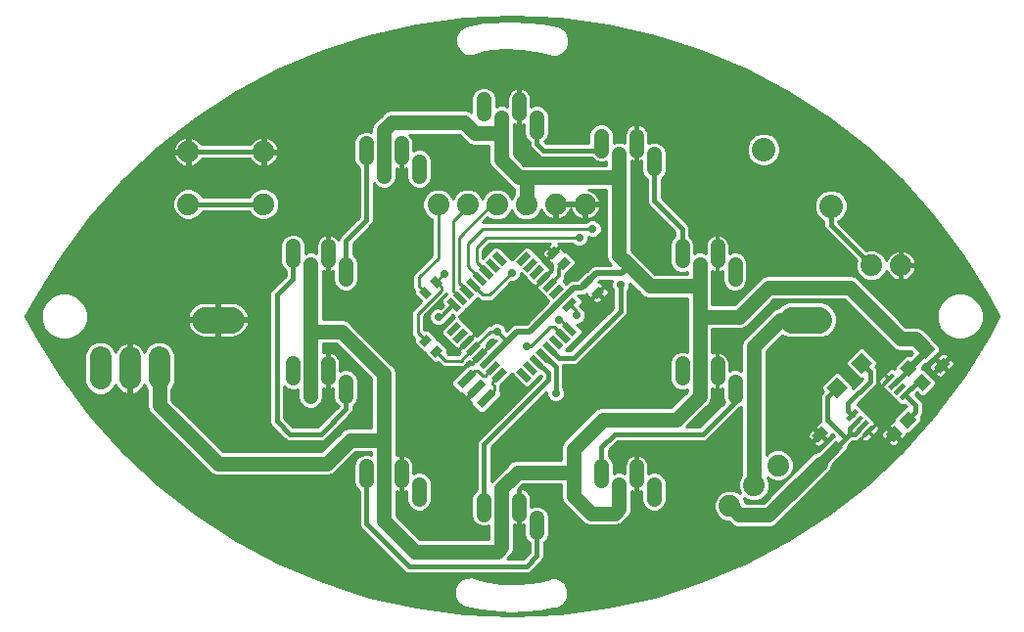
<source format=gtl>
G75*
%MOIN*%
%OFA0B0*%
%FSLAX25Y25*%
%IPPOS*%
%LPD*%
%AMOC8*
5,1,8,0,0,1.08239X$1,22.5*
%
%ADD10C,0.05000*%
%ADD11C,0.07400*%
%ADD12C,0.01600*%
%ADD13C,0.08000*%
%ADD14C,0.07400*%
%ADD15R,0.02756X0.03543*%
%ADD16R,0.02756X0.06693*%
%ADD17R,0.05000X0.02200*%
%ADD18R,0.02200X0.05000*%
%ADD19R,0.01575X0.04331*%
%ADD20R,0.05118X0.05118*%
%ADD21R,0.03150X0.04724*%
%ADD22R,0.04331X0.03937*%
%ADD23C,0.09000*%
%ADD24C,0.01000*%
%ADD25C,0.02900*%
%ADD26C,0.02000*%
%ADD27C,0.01500*%
%ADD28C,0.03200*%
%ADD29C,0.02400*%
%ADD30C,0.01200*%
D10*
X0128000Y0091800D02*
X0138500Y0081300D01*
X0166500Y0081300D01*
X0168000Y0082800D01*
X0168000Y0092737D01*
X0168000Y0102800D01*
X0173500Y0108300D01*
X0190500Y0108300D01*
X0190587Y0108298D01*
X0190674Y0108292D01*
X0190761Y0108283D01*
X0190847Y0108270D01*
X0190933Y0108253D01*
X0191018Y0108232D01*
X0191101Y0108207D01*
X0191184Y0108179D01*
X0191265Y0108148D01*
X0191345Y0108113D01*
X0191423Y0108074D01*
X0191500Y0108032D01*
X0191575Y0107987D01*
X0191647Y0107938D01*
X0191718Y0107887D01*
X0191786Y0107832D01*
X0191851Y0107775D01*
X0191914Y0107714D01*
X0191975Y0107651D01*
X0192032Y0107586D01*
X0192087Y0107518D01*
X0192138Y0107447D01*
X0192187Y0107375D01*
X0192232Y0107300D01*
X0192274Y0107223D01*
X0192313Y0107145D01*
X0192348Y0107065D01*
X0192379Y0106984D01*
X0192407Y0106901D01*
X0192432Y0106818D01*
X0192453Y0106733D01*
X0192470Y0106647D01*
X0192483Y0106561D01*
X0192492Y0106474D01*
X0192498Y0106387D01*
X0192500Y0106300D01*
X0192500Y0100300D01*
X0198500Y0094300D01*
X0206500Y0094300D01*
X0208000Y0095800D01*
X0208000Y0104237D01*
X0208000Y0099237D01*
X0202000Y0105487D02*
X0202000Y0110487D01*
X0192500Y0106300D02*
X0192500Y0116300D01*
X0202500Y0126300D01*
X0227500Y0126300D01*
X0235500Y0134300D01*
X0235500Y0139237D01*
X0235500Y0161300D01*
X0235500Y0171800D01*
X0218500Y0171800D01*
X0211500Y0178800D01*
X0208000Y0182300D01*
X0208000Y0208800D01*
X0176500Y0208800D01*
X0174000Y0208800D01*
X0168000Y0214800D01*
X0168000Y0223800D01*
X0159000Y0223800D01*
X0155250Y0227550D01*
X0130750Y0227550D01*
X0128000Y0224800D01*
X0128000Y0214237D01*
X0128000Y0209237D01*
X0122000Y0215487D02*
X0122000Y0220487D01*
X0134000Y0220487D02*
X0134000Y0215487D01*
X0140000Y0214237D02*
X0140000Y0209237D01*
X0162000Y0230487D02*
X0162000Y0235487D01*
X0168000Y0229237D02*
X0168000Y0223800D01*
X0168000Y0224237D02*
X0168000Y0229237D01*
X0174000Y0230487D02*
X0174000Y0235487D01*
X0180000Y0229237D02*
X0180000Y0224237D01*
X0176500Y0208800D02*
X0176500Y0199550D01*
X0202000Y0217987D02*
X0202000Y0222987D01*
X0208000Y0216737D02*
X0208000Y0208800D01*
X0208000Y0211737D02*
X0208000Y0216737D01*
X0214000Y0217987D02*
X0214000Y0222987D01*
X0220000Y0216737D02*
X0220000Y0211737D01*
X0229500Y0185487D02*
X0229500Y0180487D01*
X0235500Y0179237D02*
X0235500Y0171800D01*
X0235500Y0174237D02*
X0235500Y0179237D01*
X0241500Y0180487D02*
X0241500Y0185487D01*
X0247500Y0179237D02*
X0247500Y0174237D01*
X0259000Y0171300D02*
X0286500Y0171300D01*
X0304000Y0153800D01*
X0309000Y0153800D01*
X0311500Y0151300D01*
X0271500Y0160300D02*
X0263000Y0160300D01*
X0254000Y0151300D01*
X0254000Y0103800D01*
X0245803Y0096922D02*
X0248926Y0093800D01*
X0259000Y0093800D01*
X0276505Y0111305D01*
X0247500Y0134237D02*
X0247500Y0139237D01*
X0241500Y0140487D02*
X0241500Y0145487D01*
X0235500Y0139237D02*
X0235500Y0134237D01*
X0229500Y0140487D02*
X0229500Y0145487D01*
X0235500Y0161300D02*
X0249000Y0161300D01*
X0259000Y0171300D01*
X0214000Y0110487D02*
X0214000Y0105487D01*
X0220000Y0104237D02*
X0220000Y0099237D01*
X0180000Y0092737D02*
X0180000Y0087737D01*
X0174000Y0093987D02*
X0174000Y0098987D01*
X0168000Y0092737D02*
X0168000Y0087737D01*
X0162000Y0093987D02*
X0162000Y0098987D01*
X0140000Y0099237D02*
X0140000Y0104237D01*
X0134000Y0105487D02*
X0134000Y0110487D01*
X0128000Y0104237D02*
X0128000Y0119300D01*
X0128000Y0141800D01*
X0113500Y0156300D01*
X0103500Y0156300D01*
X0103000Y0156800D01*
X0103000Y0179237D01*
X0103000Y0174237D01*
X0097000Y0180487D02*
X0097000Y0185487D01*
X0109000Y0185487D02*
X0109000Y0180487D01*
X0115000Y0179237D02*
X0115000Y0174237D01*
X0103500Y0156300D02*
X0103000Y0155800D01*
X0103000Y0139237D01*
X0103000Y0134237D01*
X0097000Y0140487D02*
X0097000Y0145487D01*
X0109000Y0145487D02*
X0109000Y0140487D01*
X0115000Y0139237D02*
X0115000Y0134237D01*
X0116500Y0119300D02*
X0128000Y0119300D01*
X0122000Y0110487D02*
X0122000Y0105487D01*
X0128000Y0104237D02*
X0128000Y0099237D01*
X0128000Y0104237D02*
X0128000Y0091800D01*
X0108500Y0111300D02*
X0071500Y0111300D01*
X0051500Y0131300D01*
X0051500Y0143800D01*
X0108500Y0111300D02*
X0116500Y0119300D01*
D11*
X0087000Y0199700D03*
X0087000Y0217500D03*
X0061400Y0217500D03*
X0061400Y0199700D03*
X0146500Y0199550D03*
X0156500Y0199550D03*
X0166500Y0199550D03*
X0176500Y0199550D03*
X0186500Y0199550D03*
X0196500Y0199550D03*
X0294000Y0178800D03*
X0304000Y0178800D03*
X0262197Y0110678D03*
X0254000Y0103800D03*
X0245803Y0096922D03*
D12*
X0236500Y0121300D02*
X0247500Y0132300D01*
X0247500Y0139237D01*
X0236500Y0121300D02*
X0206500Y0121300D01*
X0202000Y0116800D01*
X0202000Y0105487D01*
X0180000Y0092737D02*
X0180000Y0079800D01*
X0176500Y0076300D01*
X0136500Y0076300D01*
X0122000Y0090800D01*
X0122000Y0105487D01*
X0106500Y0121300D02*
X0096000Y0121300D01*
X0091500Y0125800D01*
X0091500Y0168800D01*
X0097000Y0174300D01*
X0097000Y0180487D01*
X0115000Y0179237D02*
X0115000Y0187300D01*
X0122000Y0194300D01*
X0122000Y0215487D01*
X0087200Y0217600D02*
X0061200Y0217600D01*
X0061700Y0199600D02*
X0087200Y0199600D01*
X0115000Y0139237D02*
X0115000Y0129800D01*
X0106500Y0121300D01*
X0162000Y0117800D02*
X0162000Y0093987D01*
X0162000Y0117800D02*
X0184000Y0139800D01*
X0184000Y0142119D01*
X0180109Y0146009D01*
X0182337Y0148236D02*
X0186500Y0144073D01*
X0186500Y0135300D01*
X0187727Y0147300D02*
X0192500Y0147300D01*
X0208500Y0163300D01*
X0208500Y0172300D01*
X0229500Y0180487D02*
X0229500Y0191300D01*
X0220000Y0200800D01*
X0220000Y0216737D01*
X0202000Y0217987D02*
X0182313Y0217987D01*
X0180000Y0220300D01*
X0180000Y0229237D01*
X0184564Y0150463D02*
X0187727Y0147300D01*
X0279000Y0133800D02*
X0279000Y0126300D01*
X0285255Y0120045D01*
X0281505Y0116295D01*
X0285255Y0120045D02*
X0286500Y0121289D01*
X0286500Y0121300D01*
X0286500Y0123110D01*
X0286845Y0123455D01*
X0286845Y0123455D01*
X0289331Y0125941D01*
X0287522Y0127751D02*
X0286000Y0129273D01*
X0286000Y0131800D01*
X0293500Y0139300D01*
X0293500Y0142652D01*
X0290676Y0145476D01*
X0282324Y0137124D02*
X0279000Y0133800D01*
X0286500Y0121300D02*
X0288310Y0121300D01*
X0291141Y0124132D01*
X0306366Y0126166D02*
X0309000Y0128800D01*
X0309000Y0131327D01*
X0305478Y0134849D01*
X0309562Y0138934D01*
X0311366Y0138934D01*
X0294000Y0178800D02*
X0280291Y0192509D01*
X0280291Y0198958D01*
D13*
X0280291Y0198958D03*
X0257309Y0218242D03*
D14*
X0051500Y0147500D02*
X0051500Y0140100D01*
X0041500Y0140100D02*
X0041500Y0147500D01*
X0031500Y0147500D02*
X0031500Y0140100D01*
D15*
G36*
X0141913Y0150884D02*
X0139964Y0152833D01*
X0142467Y0155336D01*
X0144416Y0153387D01*
X0141913Y0150884D01*
G37*
G36*
X0145533Y0147264D02*
X0143584Y0149213D01*
X0146087Y0151716D01*
X0148036Y0149767D01*
X0145533Y0147264D01*
G37*
G36*
X0144416Y0169213D02*
X0142467Y0167264D01*
X0139964Y0169767D01*
X0141913Y0171716D01*
X0144416Y0169213D01*
G37*
G36*
X0148036Y0172833D02*
X0146087Y0170884D01*
X0143584Y0173387D01*
X0145533Y0175336D01*
X0148036Y0172833D01*
G37*
G36*
X0185413Y0180884D02*
X0183464Y0182833D01*
X0185967Y0185336D01*
X0187916Y0183387D01*
X0185413Y0180884D01*
G37*
G36*
X0189033Y0177264D02*
X0187084Y0179213D01*
X0189587Y0181716D01*
X0191536Y0179767D01*
X0189033Y0177264D01*
G37*
G36*
X0197467Y0175336D02*
X0199416Y0173387D01*
X0196913Y0170884D01*
X0194964Y0172833D01*
X0197467Y0175336D01*
G37*
G36*
X0201087Y0171716D02*
X0203036Y0169767D01*
X0200533Y0167264D01*
X0198584Y0169213D01*
X0201087Y0171716D01*
G37*
D16*
G36*
X0157550Y0143481D02*
X0159499Y0141532D01*
X0154768Y0136801D01*
X0152819Y0138750D01*
X0157550Y0143481D01*
G37*
G36*
X0160891Y0140140D02*
X0162840Y0138191D01*
X0158109Y0133460D01*
X0156160Y0135409D01*
X0160891Y0140140D01*
G37*
G36*
X0164232Y0136799D02*
X0166181Y0134850D01*
X0161450Y0130119D01*
X0159501Y0132068D01*
X0164232Y0136799D01*
G37*
D17*
G36*
X0169890Y0142544D02*
X0166356Y0139010D01*
X0164800Y0140566D01*
X0168334Y0144100D01*
X0169890Y0142544D01*
G37*
G36*
X0167663Y0144771D02*
X0164129Y0141237D01*
X0162573Y0142793D01*
X0166107Y0146327D01*
X0167663Y0144771D01*
G37*
G36*
X0165436Y0146998D02*
X0161902Y0143464D01*
X0160346Y0145020D01*
X0163880Y0148554D01*
X0165436Y0146998D01*
G37*
G36*
X0163208Y0149225D02*
X0159674Y0145691D01*
X0158118Y0147247D01*
X0161652Y0150781D01*
X0163208Y0149225D01*
G37*
G36*
X0160981Y0151452D02*
X0157447Y0147918D01*
X0155891Y0149474D01*
X0159425Y0153008D01*
X0160981Y0151452D01*
G37*
G36*
X0158754Y0153680D02*
X0155220Y0150146D01*
X0153664Y0151702D01*
X0157198Y0155236D01*
X0158754Y0153680D01*
G37*
G36*
X0156527Y0155907D02*
X0152993Y0152373D01*
X0151437Y0153929D01*
X0154971Y0157463D01*
X0156527Y0155907D01*
G37*
G36*
X0154300Y0158134D02*
X0150766Y0154600D01*
X0149210Y0156156D01*
X0152744Y0159690D01*
X0154300Y0158134D01*
G37*
G36*
X0182654Y0177580D02*
X0179120Y0174046D01*
X0177564Y0175602D01*
X0181098Y0179136D01*
X0182654Y0177580D01*
G37*
G36*
X0184882Y0175353D02*
X0181348Y0171819D01*
X0179792Y0173375D01*
X0183326Y0176909D01*
X0184882Y0175353D01*
G37*
G36*
X0187109Y0173126D02*
X0183575Y0169592D01*
X0182019Y0171148D01*
X0185553Y0174682D01*
X0187109Y0173126D01*
G37*
G36*
X0189336Y0170898D02*
X0185802Y0167364D01*
X0184246Y0168920D01*
X0187780Y0172454D01*
X0189336Y0170898D01*
G37*
G36*
X0191563Y0168671D02*
X0188029Y0165137D01*
X0186473Y0166693D01*
X0190007Y0170227D01*
X0191563Y0168671D01*
G37*
G36*
X0193790Y0166444D02*
X0190256Y0162910D01*
X0188700Y0164466D01*
X0192234Y0168000D01*
X0193790Y0166444D01*
G37*
G36*
X0180427Y0179807D02*
X0176893Y0176273D01*
X0175337Y0177829D01*
X0178871Y0181363D01*
X0180427Y0179807D01*
G37*
G36*
X0178200Y0182034D02*
X0174666Y0178500D01*
X0173110Y0180056D01*
X0176644Y0183590D01*
X0178200Y0182034D01*
G37*
D18*
G36*
X0169890Y0180056D02*
X0168334Y0178500D01*
X0164800Y0182034D01*
X0166356Y0183590D01*
X0169890Y0180056D01*
G37*
G36*
X0167663Y0177829D02*
X0166107Y0176273D01*
X0162573Y0179807D01*
X0164129Y0181363D01*
X0167663Y0177829D01*
G37*
G36*
X0165436Y0175602D02*
X0163880Y0174046D01*
X0160346Y0177580D01*
X0161902Y0179136D01*
X0165436Y0175602D01*
G37*
G36*
X0163208Y0173375D02*
X0161652Y0171819D01*
X0158118Y0175353D01*
X0159674Y0176909D01*
X0163208Y0173375D01*
G37*
G36*
X0160981Y0171148D02*
X0159425Y0169592D01*
X0155891Y0173126D01*
X0157447Y0174682D01*
X0160981Y0171148D01*
G37*
G36*
X0158754Y0168920D02*
X0157198Y0167364D01*
X0153664Y0170898D01*
X0155220Y0172454D01*
X0158754Y0168920D01*
G37*
G36*
X0156527Y0166693D02*
X0154971Y0165137D01*
X0151437Y0168671D01*
X0152993Y0170227D01*
X0156527Y0166693D01*
G37*
G36*
X0154300Y0164466D02*
X0152744Y0162910D01*
X0149210Y0166444D01*
X0150766Y0168000D01*
X0154300Y0164466D01*
G37*
G36*
X0178200Y0140566D02*
X0176644Y0139010D01*
X0173110Y0142544D01*
X0174666Y0144100D01*
X0178200Y0140566D01*
G37*
G36*
X0180427Y0142793D02*
X0178871Y0141237D01*
X0175337Y0144771D01*
X0176893Y0146327D01*
X0180427Y0142793D01*
G37*
G36*
X0182654Y0145020D02*
X0181098Y0143464D01*
X0177564Y0146998D01*
X0179120Y0148554D01*
X0182654Y0145020D01*
G37*
G36*
X0184882Y0147247D02*
X0183326Y0145691D01*
X0179792Y0149225D01*
X0181348Y0150781D01*
X0184882Y0147247D01*
G37*
G36*
X0187109Y0149474D02*
X0185553Y0147918D01*
X0182019Y0151452D01*
X0183575Y0153008D01*
X0187109Y0149474D01*
G37*
G36*
X0189336Y0151702D02*
X0187780Y0150146D01*
X0184246Y0153680D01*
X0185802Y0155236D01*
X0189336Y0151702D01*
G37*
G36*
X0191563Y0153929D02*
X0190007Y0152373D01*
X0186473Y0155907D01*
X0188029Y0157463D01*
X0191563Y0153929D01*
G37*
G36*
X0193790Y0156156D02*
X0192234Y0154600D01*
X0188700Y0158134D01*
X0190256Y0159690D01*
X0193790Y0156156D01*
G37*
D19*
G36*
X0286548Y0125664D02*
X0285435Y0126777D01*
X0288496Y0129838D01*
X0289609Y0128725D01*
X0286548Y0125664D01*
G37*
G36*
X0288357Y0123854D02*
X0287244Y0124967D01*
X0290305Y0128028D01*
X0291418Y0126915D01*
X0288357Y0123854D01*
G37*
G36*
X0290167Y0122044D02*
X0289054Y0123157D01*
X0292115Y0126218D01*
X0293228Y0125105D01*
X0290167Y0122044D01*
G37*
G36*
X0291977Y0120235D02*
X0290864Y0121348D01*
X0293925Y0124409D01*
X0295038Y0123296D01*
X0291977Y0120235D01*
G37*
G36*
X0304504Y0132762D02*
X0303391Y0133875D01*
X0306452Y0136936D01*
X0307565Y0135823D01*
X0304504Y0132762D01*
G37*
G36*
X0302694Y0134572D02*
X0301581Y0135685D01*
X0304642Y0138746D01*
X0305755Y0137633D01*
X0302694Y0134572D01*
G37*
G36*
X0300885Y0136381D02*
X0299772Y0137494D01*
X0302833Y0140555D01*
X0303946Y0139442D01*
X0300885Y0136381D01*
G37*
G36*
X0299075Y0138191D02*
X0297962Y0139304D01*
X0301023Y0142365D01*
X0302136Y0141252D01*
X0299075Y0138191D01*
G37*
D20*
G36*
X0290676Y0149094D02*
X0294294Y0145476D01*
X0290676Y0141858D01*
X0287058Y0145476D01*
X0290676Y0149094D01*
G37*
G36*
X0282324Y0140742D02*
X0285942Y0137124D01*
X0282324Y0133506D01*
X0278706Y0137124D01*
X0282324Y0140742D01*
G37*
D21*
G36*
X0277051Y0124088D02*
X0279278Y0121861D01*
X0275939Y0118522D01*
X0273712Y0120749D01*
X0277051Y0124088D01*
G37*
G36*
X0282061Y0119078D02*
X0284288Y0116851D01*
X0280949Y0113512D01*
X0278722Y0115739D01*
X0282061Y0119078D01*
G37*
G36*
X0312439Y0147022D02*
X0310212Y0149249D01*
X0313551Y0152588D01*
X0315778Y0150361D01*
X0312439Y0147022D01*
G37*
G36*
X0317449Y0142012D02*
X0315222Y0144239D01*
X0318561Y0147578D01*
X0320788Y0145351D01*
X0317449Y0142012D01*
G37*
D22*
G36*
X0311227Y0141856D02*
X0314288Y0138795D01*
X0311505Y0136012D01*
X0308444Y0139073D01*
X0311227Y0141856D01*
G37*
G36*
X0306495Y0146588D02*
X0309556Y0143527D01*
X0306773Y0140744D01*
X0303712Y0143805D01*
X0306495Y0146588D01*
G37*
G36*
X0309288Y0126305D02*
X0306227Y0123244D01*
X0303444Y0126027D01*
X0306505Y0129088D01*
X0309288Y0126305D01*
G37*
G36*
X0304556Y0121573D02*
X0301495Y0118512D01*
X0298712Y0121295D01*
X0301773Y0124356D01*
X0304556Y0121573D01*
G37*
D23*
X0276000Y0160300D02*
X0267000Y0160300D01*
X0076000Y0160300D02*
X0067000Y0160300D01*
D24*
X0092186Y0077425D02*
X0131839Y0077425D01*
X0130841Y0078424D02*
X0090294Y0078424D01*
X0092139Y0077445D02*
X0077616Y0085150D01*
X0063832Y0094112D01*
X0050896Y0104259D01*
X0038910Y0115511D01*
X0027968Y0127782D01*
X0018156Y0140973D01*
X0009550Y0154981D01*
X0006120Y0161500D01*
X0009550Y0168019D01*
X0018156Y0182027D01*
X0027968Y0195218D01*
X0038910Y0207489D01*
X0050896Y0218741D01*
X0063832Y0228888D01*
X0077616Y0237850D01*
X0092139Y0245555D01*
X0107287Y0251944D01*
X0122942Y0256966D01*
X0138980Y0260581D01*
X0155276Y0262762D01*
X0171700Y0263490D01*
X0188124Y0262762D01*
X0204420Y0260581D01*
X0220458Y0256966D01*
X0236113Y0251944D01*
X0251261Y0245555D01*
X0265784Y0237850D01*
X0279568Y0228888D01*
X0292504Y0218741D01*
X0304490Y0207489D01*
X0315432Y0195218D01*
X0325244Y0182027D01*
X0333850Y0168019D01*
X0337280Y0161500D01*
X0333850Y0154981D01*
X0325244Y0140973D01*
X0315432Y0127782D01*
X0304490Y0115511D01*
X0292504Y0104259D01*
X0279568Y0094112D01*
X0265784Y0085150D01*
X0251261Y0077445D01*
X0236113Y0071056D01*
X0220458Y0066034D01*
X0204420Y0062419D01*
X0188124Y0060238D01*
X0171700Y0059510D01*
X0155276Y0060238D01*
X0138980Y0062419D01*
X0122942Y0066034D01*
X0107287Y0071056D01*
X0092139Y0077445D01*
X0092139Y0077445D01*
X0094554Y0076427D02*
X0132838Y0076427D01*
X0133836Y0075428D02*
X0096921Y0075428D01*
X0099289Y0074430D02*
X0134835Y0074430D01*
X0135084Y0074181D02*
X0136003Y0073800D01*
X0176997Y0073800D01*
X0177916Y0074181D01*
X0178619Y0074884D01*
X0181416Y0077681D01*
X0182119Y0078384D01*
X0182500Y0079303D01*
X0182500Y0084298D01*
X0183561Y0085358D01*
X0184200Y0086902D01*
X0184200Y0093573D01*
X0183561Y0095116D01*
X0182379Y0096298D01*
X0180835Y0096937D01*
X0179165Y0096937D01*
X0178000Y0096455D01*
X0178000Y0099381D01*
X0177846Y0100154D01*
X0177545Y0100882D01*
X0177107Y0101537D01*
X0176550Y0102094D01*
X0175895Y0102532D01*
X0175167Y0102834D01*
X0174394Y0102987D01*
X0174250Y0102987D01*
X0174250Y0094237D01*
X0173750Y0094237D01*
X0173750Y0102610D01*
X0175240Y0104100D01*
X0188300Y0104100D01*
X0188300Y0099465D01*
X0188939Y0097921D01*
X0196121Y0090739D01*
X0197665Y0090100D01*
X0207335Y0090100D01*
X0208879Y0090739D01*
X0210061Y0091921D01*
X0210379Y0092239D01*
X0211561Y0093421D01*
X0212200Y0094965D01*
X0212200Y0101903D01*
X0212833Y0101641D01*
X0213606Y0101487D01*
X0213750Y0101487D01*
X0213750Y0105237D01*
X0214250Y0105237D01*
X0214250Y0101487D01*
X0214394Y0101487D01*
X0215167Y0101641D01*
X0215800Y0101903D01*
X0215800Y0098402D01*
X0216439Y0096858D01*
X0217621Y0095677D01*
X0219165Y0095037D01*
X0220835Y0095037D01*
X0222379Y0095677D01*
X0223561Y0096858D01*
X0224200Y0098402D01*
X0224200Y0105073D01*
X0223561Y0106616D01*
X0222379Y0107798D01*
X0220835Y0108437D01*
X0219165Y0108437D01*
X0218000Y0107955D01*
X0218000Y0110881D01*
X0217846Y0111654D01*
X0217545Y0112382D01*
X0217107Y0113037D01*
X0216550Y0113594D01*
X0215895Y0114032D01*
X0215167Y0114334D01*
X0214394Y0114487D01*
X0214250Y0114487D01*
X0214250Y0105737D01*
X0213750Y0105737D01*
X0213750Y0114487D01*
X0213606Y0114487D01*
X0212833Y0114334D01*
X0212105Y0114032D01*
X0211450Y0113594D01*
X0210893Y0113037D01*
X0210455Y0112382D01*
X0210154Y0111654D01*
X0210000Y0110881D01*
X0210000Y0107955D01*
X0208835Y0108437D01*
X0207165Y0108437D01*
X0206200Y0108038D01*
X0206200Y0111323D01*
X0205561Y0112866D01*
X0204500Y0113927D01*
X0204500Y0115764D01*
X0207536Y0118800D01*
X0236997Y0118800D01*
X0237916Y0119181D01*
X0249082Y0130347D01*
X0249800Y0130644D01*
X0249800Y0107237D01*
X0249422Y0106859D01*
X0248600Y0104874D01*
X0248600Y0102726D01*
X0249281Y0101081D01*
X0248862Y0101500D01*
X0246877Y0102322D01*
X0244729Y0102322D01*
X0242744Y0101500D01*
X0241225Y0099981D01*
X0240403Y0097996D01*
X0240403Y0095848D01*
X0241225Y0093863D01*
X0242744Y0092344D01*
X0244729Y0091522D01*
X0245264Y0091522D01*
X0246546Y0090239D01*
X0248090Y0089600D01*
X0259835Y0089600D01*
X0261379Y0090239D01*
X0262561Y0091421D01*
X0280066Y0108926D01*
X0280705Y0110470D01*
X0280705Y0110839D01*
X0283356Y0113489D01*
X0283375Y0113497D01*
X0284303Y0114425D01*
X0284328Y0114486D01*
X0285989Y0116147D01*
X0285989Y0117243D01*
X0287375Y0118628D01*
X0287547Y0118800D01*
X0288807Y0118800D01*
X0289726Y0119181D01*
X0290317Y0119772D01*
X0290359Y0119730D01*
X0291055Y0119034D01*
X0291397Y0118836D01*
X0291779Y0118734D01*
X0292174Y0118734D01*
X0292555Y0118836D01*
X0292897Y0119034D01*
X0294568Y0120704D01*
X0292951Y0122322D01*
X0292951Y0122322D01*
X0295542Y0124914D01*
X0294929Y0125527D01*
X0294929Y0125810D01*
X0292820Y0127919D01*
X0291010Y0129729D01*
X0289237Y0131502D01*
X0294916Y0137181D01*
X0295619Y0137884D01*
X0296000Y0138803D01*
X0296000Y0143149D01*
X0295619Y0144068D01*
X0295565Y0144122D01*
X0295455Y0144232D01*
X0295995Y0144772D01*
X0295995Y0146180D01*
X0291380Y0150795D01*
X0289972Y0150795D01*
X0285357Y0146180D01*
X0285357Y0144772D01*
X0289972Y0140157D01*
X0290821Y0140157D01*
X0287643Y0136979D01*
X0287643Y0137828D01*
X0283028Y0142443D01*
X0281620Y0142443D01*
X0277005Y0137828D01*
X0277005Y0136420D01*
X0277545Y0135880D01*
X0276881Y0135216D01*
X0276500Y0134297D01*
X0276500Y0125803D01*
X0276615Y0125525D01*
X0276472Y0125487D01*
X0276130Y0125290D01*
X0274524Y0123683D01*
X0276494Y0121712D01*
X0276088Y0121306D01*
X0274117Y0123276D01*
X0272510Y0121670D01*
X0272313Y0121328D01*
X0272211Y0120946D01*
X0272211Y0120551D01*
X0272313Y0120170D01*
X0272510Y0119828D01*
X0273560Y0118778D01*
X0276088Y0121305D01*
X0276494Y0120899D01*
X0273967Y0118371D01*
X0275017Y0117321D01*
X0275359Y0117124D01*
X0275740Y0117022D01*
X0276135Y0117022D01*
X0276517Y0117124D01*
X0276859Y0117321D01*
X0278465Y0118928D01*
X0276495Y0120899D01*
X0276901Y0121305D01*
X0278872Y0119334D01*
X0280479Y0120941D01*
X0280605Y0121160D01*
X0281172Y0120592D01*
X0279705Y0119125D01*
X0279625Y0119092D01*
X0276039Y0115505D01*
X0275670Y0115505D01*
X0274126Y0114866D01*
X0257260Y0098000D01*
X0251202Y0098000D01*
X0250522Y0099641D01*
X0250941Y0099222D01*
X0252926Y0098400D01*
X0255074Y0098400D01*
X0257059Y0099222D01*
X0258578Y0100741D01*
X0259400Y0102726D01*
X0259400Y0104874D01*
X0258719Y0106519D01*
X0259138Y0106100D01*
X0261123Y0105278D01*
X0263271Y0105278D01*
X0265256Y0106100D01*
X0266775Y0107619D01*
X0267597Y0109604D01*
X0267597Y0111752D01*
X0266775Y0113737D01*
X0265256Y0115256D01*
X0263271Y0116078D01*
X0261123Y0116078D01*
X0259138Y0115256D01*
X0258200Y0114318D01*
X0258200Y0149560D01*
X0263626Y0154987D01*
X0265767Y0154100D01*
X0277233Y0154100D01*
X0279512Y0155044D01*
X0281256Y0156788D01*
X0282200Y0159067D01*
X0282200Y0161533D01*
X0281256Y0163812D01*
X0279512Y0165556D01*
X0277233Y0166500D01*
X0265767Y0166500D01*
X0263488Y0165556D01*
X0262432Y0164500D01*
X0262165Y0164500D01*
X0260621Y0163861D01*
X0259439Y0162679D01*
X0250439Y0153679D01*
X0249800Y0152135D01*
X0249800Y0142831D01*
X0248335Y0143437D01*
X0246665Y0143437D01*
X0245500Y0142955D01*
X0245500Y0145881D01*
X0245346Y0146654D01*
X0245045Y0147382D01*
X0244607Y0148037D01*
X0244050Y0148594D01*
X0243395Y0149032D01*
X0242667Y0149334D01*
X0241894Y0149487D01*
X0241750Y0149487D01*
X0241750Y0140737D01*
X0241250Y0140737D01*
X0241250Y0149487D01*
X0241106Y0149487D01*
X0240333Y0149334D01*
X0239700Y0149071D01*
X0239700Y0157100D01*
X0249835Y0157100D01*
X0251379Y0157739D01*
X0252561Y0158921D01*
X0260740Y0167100D01*
X0284760Y0167100D01*
X0300439Y0151421D01*
X0300439Y0151421D01*
X0301621Y0150239D01*
X0303165Y0149600D01*
X0307260Y0149600D01*
X0307863Y0148997D01*
X0307156Y0148289D01*
X0305790Y0148289D01*
X0302011Y0144510D01*
X0302011Y0143500D01*
X0301945Y0143566D01*
X0301603Y0143764D01*
X0301221Y0143866D01*
X0300826Y0143866D01*
X0300445Y0143764D01*
X0300103Y0143566D01*
X0298432Y0141895D01*
X0296761Y0140225D01*
X0296564Y0139883D01*
X0296462Y0139501D01*
X0296462Y0139106D01*
X0296564Y0138725D01*
X0296761Y0138383D01*
X0297458Y0137686D01*
X0298071Y0137073D01*
X0298071Y0136790D01*
X0300180Y0134681D01*
X0301990Y0132871D01*
X0303800Y0131062D01*
X0305208Y0131062D01*
X0305469Y0131323D01*
X0306003Y0130789D01*
X0305801Y0130789D01*
X0301743Y0126731D01*
X0301743Y0125857D01*
X0301575Y0125857D01*
X0301194Y0125755D01*
X0300852Y0125557D01*
X0299524Y0124229D01*
X0301634Y0122119D01*
X0300949Y0121434D01*
X0298839Y0123544D01*
X0297510Y0122216D01*
X0297313Y0121873D01*
X0297211Y0121492D01*
X0297211Y0121097D01*
X0297313Y0120716D01*
X0297510Y0120373D01*
X0298699Y0119184D01*
X0300949Y0121434D01*
X0301634Y0120749D01*
X0302319Y0121434D01*
X0304429Y0119324D01*
X0305757Y0120652D01*
X0305955Y0120994D01*
X0306057Y0121375D01*
X0306057Y0121543D01*
X0306931Y0121543D01*
X0310989Y0125601D01*
X0310989Y0127010D01*
X0310867Y0127132D01*
X0311119Y0127384D01*
X0311500Y0128303D01*
X0311500Y0131825D01*
X0311119Y0132744D01*
X0310416Y0133447D01*
X0309014Y0134849D01*
X0309638Y0135474D01*
X0310801Y0134311D01*
X0312210Y0134311D01*
X0315989Y0138090D01*
X0315989Y0139499D01*
X0311931Y0143557D01*
X0311257Y0143557D01*
X0311257Y0144188D01*
X0312390Y0145322D01*
X0313142Y0145322D01*
X0314803Y0146983D01*
X0314864Y0147008D01*
X0315792Y0147936D01*
X0315817Y0147997D01*
X0317478Y0149658D01*
X0317478Y0151066D01*
X0315198Y0153346D01*
X0315061Y0153679D01*
X0312561Y0156179D01*
X0311379Y0157361D01*
X0309835Y0158000D01*
X0305740Y0158000D01*
X0288879Y0174861D01*
X0287335Y0175500D01*
X0258165Y0175500D01*
X0256621Y0174861D01*
X0255439Y0173679D01*
X0247260Y0165500D01*
X0239700Y0165500D01*
X0239700Y0176903D01*
X0240333Y0176641D01*
X0241106Y0176487D01*
X0241250Y0176487D01*
X0241250Y0180237D01*
X0241750Y0180237D01*
X0241750Y0176487D01*
X0241894Y0176487D01*
X0242667Y0176641D01*
X0243300Y0176903D01*
X0243300Y0173402D01*
X0243939Y0171858D01*
X0245121Y0170677D01*
X0246665Y0170037D01*
X0248335Y0170037D01*
X0249879Y0170677D01*
X0251061Y0171858D01*
X0251700Y0173402D01*
X0251700Y0180073D01*
X0251061Y0181616D01*
X0249879Y0182798D01*
X0248335Y0183437D01*
X0246665Y0183437D01*
X0245500Y0182955D01*
X0245500Y0185881D01*
X0245346Y0186654D01*
X0245045Y0187382D01*
X0244607Y0188037D01*
X0244050Y0188594D01*
X0243395Y0189032D01*
X0242667Y0189334D01*
X0241894Y0189487D01*
X0241750Y0189487D01*
X0241750Y0180737D01*
X0241250Y0180737D01*
X0241250Y0189487D01*
X0241106Y0189487D01*
X0240333Y0189334D01*
X0239605Y0189032D01*
X0238950Y0188594D01*
X0238393Y0188037D01*
X0237955Y0187382D01*
X0237654Y0186654D01*
X0237500Y0185881D01*
X0237500Y0182955D01*
X0236335Y0183437D01*
X0234665Y0183437D01*
X0233700Y0183038D01*
X0233700Y0186323D01*
X0233061Y0187866D01*
X0232000Y0188927D01*
X0232000Y0191797D01*
X0231619Y0192716D01*
X0230916Y0193419D01*
X0222500Y0201836D01*
X0222500Y0208298D01*
X0223561Y0209358D01*
X0224200Y0210902D01*
X0224200Y0217573D01*
X0223561Y0219116D01*
X0222379Y0220298D01*
X0220835Y0220937D01*
X0219165Y0220937D01*
X0218000Y0220455D01*
X0218000Y0223381D01*
X0217846Y0224154D01*
X0217545Y0224882D01*
X0217107Y0225537D01*
X0216550Y0226094D01*
X0215895Y0226532D01*
X0215167Y0226834D01*
X0214394Y0226987D01*
X0214250Y0226987D01*
X0214250Y0218237D01*
X0213750Y0218237D01*
X0213750Y0226987D01*
X0213606Y0226987D01*
X0212833Y0226834D01*
X0212105Y0226532D01*
X0211450Y0226094D01*
X0210893Y0225537D01*
X0210455Y0224882D01*
X0210154Y0224154D01*
X0210000Y0223381D01*
X0210000Y0220455D01*
X0208835Y0220937D01*
X0207165Y0220937D01*
X0206200Y0220538D01*
X0206200Y0223823D01*
X0205561Y0225366D01*
X0204379Y0226548D01*
X0202835Y0227187D01*
X0201165Y0227187D01*
X0199621Y0226548D01*
X0198439Y0225366D01*
X0197800Y0223823D01*
X0197800Y0220487D01*
X0183348Y0220487D01*
X0182769Y0221067D01*
X0183561Y0221858D01*
X0184200Y0223402D01*
X0184200Y0230073D01*
X0183561Y0231616D01*
X0182379Y0232798D01*
X0180835Y0233437D01*
X0179165Y0233437D01*
X0178000Y0232955D01*
X0178000Y0235881D01*
X0177846Y0236654D01*
X0177545Y0237382D01*
X0177107Y0238037D01*
X0176550Y0238594D01*
X0175895Y0239032D01*
X0175167Y0239334D01*
X0174394Y0239487D01*
X0174250Y0239487D01*
X0174250Y0230737D01*
X0173750Y0230737D01*
X0173750Y0239487D01*
X0173606Y0239487D01*
X0172833Y0239334D01*
X0172105Y0239032D01*
X0171450Y0238594D01*
X0170893Y0238037D01*
X0170455Y0237382D01*
X0170154Y0236654D01*
X0170000Y0235881D01*
X0170000Y0232955D01*
X0168835Y0233437D01*
X0167165Y0233437D01*
X0166200Y0233038D01*
X0166200Y0236323D01*
X0165561Y0237866D01*
X0164379Y0239048D01*
X0162835Y0239687D01*
X0161165Y0239687D01*
X0159621Y0239048D01*
X0158439Y0237866D01*
X0157800Y0236323D01*
X0157800Y0230940D01*
X0157629Y0231111D01*
X0156085Y0231750D01*
X0129915Y0231750D01*
X0128371Y0231111D01*
X0127189Y0229929D01*
X0124439Y0227179D01*
X0123800Y0225635D01*
X0123800Y0224288D01*
X0122835Y0224687D01*
X0121165Y0224687D01*
X0119621Y0224048D01*
X0118439Y0222866D01*
X0117800Y0221323D01*
X0117800Y0214652D01*
X0118439Y0213108D01*
X0119500Y0212048D01*
X0119500Y0195336D01*
X0113584Y0189419D01*
X0112881Y0188716D01*
X0112500Y0187797D01*
X0112500Y0187449D01*
X0112107Y0188037D01*
X0111550Y0188594D01*
X0110895Y0189032D01*
X0110167Y0189334D01*
X0109394Y0189487D01*
X0109250Y0189487D01*
X0109250Y0180737D01*
X0108750Y0180737D01*
X0108750Y0189487D01*
X0108606Y0189487D01*
X0107833Y0189334D01*
X0107105Y0189032D01*
X0106450Y0188594D01*
X0105893Y0188037D01*
X0105455Y0187382D01*
X0105154Y0186654D01*
X0105000Y0185881D01*
X0105000Y0182955D01*
X0103835Y0183437D01*
X0102165Y0183437D01*
X0101200Y0183038D01*
X0101200Y0186323D01*
X0100561Y0187866D01*
X0099379Y0189048D01*
X0097835Y0189687D01*
X0096165Y0189687D01*
X0094621Y0189048D01*
X0093439Y0187866D01*
X0092800Y0186323D01*
X0092800Y0179652D01*
X0093439Y0178108D01*
X0094500Y0177048D01*
X0094500Y0175336D01*
X0089381Y0170216D01*
X0089000Y0169297D01*
X0089000Y0125303D01*
X0089381Y0124384D01*
X0090084Y0123681D01*
X0094584Y0119181D01*
X0095503Y0118800D01*
X0106997Y0118800D01*
X0107916Y0119181D01*
X0108619Y0119884D01*
X0117119Y0128384D01*
X0117500Y0129303D01*
X0117500Y0130798D01*
X0118561Y0131858D01*
X0119200Y0133402D01*
X0119200Y0140073D01*
X0118561Y0141616D01*
X0117379Y0142798D01*
X0115835Y0143437D01*
X0114165Y0143437D01*
X0113000Y0142955D01*
X0113000Y0145881D01*
X0112846Y0146654D01*
X0112545Y0147382D01*
X0112107Y0148037D01*
X0111550Y0148594D01*
X0110895Y0149032D01*
X0110167Y0149334D01*
X0109394Y0149487D01*
X0109250Y0149487D01*
X0109250Y0140737D01*
X0108750Y0140737D01*
X0108750Y0149487D01*
X0108606Y0149487D01*
X0107833Y0149334D01*
X0107200Y0149071D01*
X0107200Y0152100D01*
X0111760Y0152100D01*
X0123800Y0140060D01*
X0123800Y0123500D01*
X0115665Y0123500D01*
X0114121Y0122861D01*
X0112939Y0121679D01*
X0106760Y0115500D01*
X0073240Y0115500D01*
X0055700Y0133040D01*
X0055700Y0136663D01*
X0056078Y0137041D01*
X0056900Y0139026D01*
X0056900Y0148574D01*
X0056078Y0150559D01*
X0054559Y0152078D01*
X0052574Y0152900D01*
X0050426Y0152900D01*
X0048441Y0152078D01*
X0046922Y0150559D01*
X0046391Y0149276D01*
X0046319Y0149496D01*
X0045947Y0150225D01*
X0045466Y0150888D01*
X0044888Y0151466D01*
X0044225Y0151947D01*
X0043496Y0152319D01*
X0042718Y0152572D01*
X0042000Y0152686D01*
X0042000Y0144300D01*
X0041000Y0144300D01*
X0041000Y0152686D01*
X0040282Y0152572D01*
X0039504Y0152319D01*
X0038775Y0151947D01*
X0038112Y0151466D01*
X0037534Y0150888D01*
X0037053Y0150225D01*
X0036681Y0149496D01*
X0036609Y0149276D01*
X0036078Y0150559D01*
X0034559Y0152078D01*
X0032574Y0152900D01*
X0030426Y0152900D01*
X0028441Y0152078D01*
X0026922Y0150559D01*
X0026100Y0148574D01*
X0026100Y0139026D01*
X0026922Y0137041D01*
X0028441Y0135522D01*
X0030426Y0134700D01*
X0032574Y0134700D01*
X0034559Y0135522D01*
X0036078Y0137041D01*
X0036609Y0138324D01*
X0036681Y0138104D01*
X0037053Y0137375D01*
X0037534Y0136712D01*
X0038112Y0136134D01*
X0038775Y0135653D01*
X0039504Y0135281D01*
X0040282Y0135028D01*
X0041000Y0134914D01*
X0041000Y0143300D01*
X0042000Y0143300D01*
X0042000Y0134914D01*
X0042718Y0135028D01*
X0043496Y0135281D01*
X0044225Y0135653D01*
X0044888Y0136134D01*
X0045466Y0136712D01*
X0045947Y0137375D01*
X0046319Y0138104D01*
X0046391Y0138324D01*
X0046922Y0137041D01*
X0047300Y0136663D01*
X0047300Y0130465D01*
X0047939Y0128921D01*
X0069121Y0107739D01*
X0070665Y0107100D01*
X0109335Y0107100D01*
X0110879Y0107739D01*
X0112061Y0108921D01*
X0118240Y0115100D01*
X0123800Y0115100D01*
X0123800Y0114288D01*
X0122835Y0114687D01*
X0121165Y0114687D01*
X0119621Y0114048D01*
X0118439Y0112866D01*
X0117800Y0111323D01*
X0117800Y0104652D01*
X0118439Y0103108D01*
X0119500Y0102048D01*
X0119500Y0090303D01*
X0119881Y0089384D01*
X0120584Y0088681D01*
X0135084Y0074181D01*
X0129842Y0079422D02*
X0088412Y0079422D01*
X0086530Y0080421D02*
X0128844Y0080421D01*
X0127845Y0081419D02*
X0084648Y0081419D01*
X0082766Y0082418D02*
X0126847Y0082418D01*
X0125848Y0083416D02*
X0080884Y0083416D01*
X0079002Y0084415D02*
X0124850Y0084415D01*
X0123851Y0085413D02*
X0077211Y0085413D01*
X0075675Y0086412D02*
X0122853Y0086412D01*
X0121854Y0087410D02*
X0074140Y0087410D01*
X0072604Y0088409D02*
X0120856Y0088409D01*
X0119871Y0089407D02*
X0071068Y0089407D01*
X0069532Y0090406D02*
X0119500Y0090406D01*
X0119500Y0091404D02*
X0067996Y0091404D01*
X0066461Y0092403D02*
X0119500Y0092403D01*
X0119500Y0093401D02*
X0064925Y0093401D01*
X0063465Y0094400D02*
X0119500Y0094400D01*
X0119500Y0095398D02*
X0062192Y0095398D01*
X0060919Y0096397D02*
X0119500Y0096397D01*
X0119500Y0097395D02*
X0059646Y0097395D01*
X0058373Y0098394D02*
X0119500Y0098394D01*
X0119500Y0099392D02*
X0057100Y0099392D01*
X0055827Y0100391D02*
X0119500Y0100391D01*
X0119500Y0101389D02*
X0054554Y0101389D01*
X0053281Y0102388D02*
X0119160Y0102388D01*
X0118324Y0103386D02*
X0052008Y0103386D01*
X0050762Y0104385D02*
X0117911Y0104385D01*
X0117800Y0105383D02*
X0049698Y0105383D01*
X0048635Y0106382D02*
X0117800Y0106382D01*
X0117800Y0107380D02*
X0110012Y0107380D01*
X0111519Y0108379D02*
X0117800Y0108379D01*
X0117800Y0109377D02*
X0112517Y0109377D01*
X0112061Y0108921D02*
X0112061Y0108921D01*
X0113516Y0110376D02*
X0117800Y0110376D01*
X0117821Y0111374D02*
X0114514Y0111374D01*
X0115513Y0112373D02*
X0118235Y0112373D01*
X0118944Y0113371D02*
X0116511Y0113371D01*
X0117510Y0114370D02*
X0120398Y0114370D01*
X0123602Y0114370D02*
X0123800Y0114370D01*
X0132200Y0114370D02*
X0133016Y0114370D01*
X0132833Y0114334D02*
X0132200Y0114071D01*
X0132200Y0142635D01*
X0131561Y0144179D01*
X0130379Y0145361D01*
X0117061Y0158679D01*
X0115879Y0159861D01*
X0114335Y0160500D01*
X0107200Y0160500D01*
X0107200Y0176903D01*
X0107833Y0176641D01*
X0108606Y0176487D01*
X0108750Y0176487D01*
X0108750Y0180237D01*
X0109250Y0180237D01*
X0109250Y0176487D01*
X0109394Y0176487D01*
X0110167Y0176641D01*
X0110800Y0176903D01*
X0110800Y0173402D01*
X0111439Y0171858D01*
X0112621Y0170677D01*
X0114165Y0170037D01*
X0115835Y0170037D01*
X0117379Y0170677D01*
X0118561Y0171858D01*
X0119200Y0173402D01*
X0119200Y0180073D01*
X0118561Y0181616D01*
X0117500Y0182677D01*
X0117500Y0186264D01*
X0124119Y0192884D01*
X0124500Y0193803D01*
X0124500Y0206798D01*
X0125621Y0205677D01*
X0127165Y0205037D01*
X0128835Y0205037D01*
X0130379Y0205677D01*
X0131561Y0206858D01*
X0132200Y0208402D01*
X0132200Y0211903D01*
X0132833Y0211641D01*
X0133606Y0211487D01*
X0133750Y0211487D01*
X0133750Y0215237D01*
X0134250Y0215237D01*
X0134250Y0211487D01*
X0134394Y0211487D01*
X0135167Y0211641D01*
X0135800Y0211903D01*
X0135800Y0208402D01*
X0136439Y0206858D01*
X0137621Y0205677D01*
X0139165Y0205037D01*
X0140835Y0205037D01*
X0142379Y0205677D01*
X0143561Y0206858D01*
X0144200Y0208402D01*
X0144200Y0215073D01*
X0143561Y0216616D01*
X0142379Y0217798D01*
X0140835Y0218437D01*
X0139165Y0218437D01*
X0138000Y0217955D01*
X0138000Y0220881D01*
X0137846Y0221654D01*
X0137545Y0222382D01*
X0137107Y0223037D01*
X0136794Y0223350D01*
X0153510Y0223350D01*
X0155439Y0221421D01*
X0156621Y0220239D01*
X0158165Y0219600D01*
X0163800Y0219600D01*
X0163800Y0213965D01*
X0164439Y0212421D01*
X0170439Y0206421D01*
X0171621Y0205239D01*
X0172300Y0204958D01*
X0172300Y0202987D01*
X0171922Y0202609D01*
X0171500Y0201590D01*
X0171078Y0202609D01*
X0169559Y0204128D01*
X0167574Y0204950D01*
X0165426Y0204950D01*
X0163441Y0204128D01*
X0161922Y0202609D01*
X0161500Y0201590D01*
X0161078Y0202609D01*
X0159559Y0204128D01*
X0157574Y0204950D01*
X0155426Y0204950D01*
X0153441Y0204128D01*
X0151922Y0202609D01*
X0151500Y0201590D01*
X0151078Y0202609D01*
X0149559Y0204128D01*
X0147574Y0204950D01*
X0145426Y0204950D01*
X0143441Y0204128D01*
X0141922Y0202609D01*
X0141100Y0200624D01*
X0141100Y0198476D01*
X0141922Y0196491D01*
X0143441Y0194972D01*
X0144300Y0194616D01*
X0144300Y0182211D01*
X0137800Y0175711D01*
X0137800Y0170770D01*
X0138263Y0170306D01*
X0138263Y0169065D01*
X0140708Y0166620D01*
X0137300Y0163211D01*
X0137300Y0154889D01*
X0138458Y0153730D01*
X0138263Y0153535D01*
X0138263Y0152127D01*
X0141208Y0149182D01*
X0141882Y0149182D01*
X0141882Y0148508D01*
X0144827Y0145563D01*
X0146235Y0145563D01*
X0146430Y0145758D01*
X0146800Y0145389D01*
X0148089Y0144100D01*
X0155184Y0144100D01*
X0156473Y0145389D01*
X0157164Y0146079D01*
X0157800Y0145443D01*
X0160593Y0148236D01*
X0160663Y0148166D01*
X0157870Y0145373D01*
X0158062Y0145181D01*
X0156847Y0145181D01*
X0151119Y0139453D01*
X0151119Y0138045D01*
X0154063Y0135100D01*
X0154689Y0135100D01*
X0154762Y0134829D01*
X0154959Y0134487D01*
X0155939Y0133507D01*
X0159233Y0136800D01*
X0159500Y0136533D01*
X0156207Y0133239D01*
X0157187Y0132259D01*
X0157529Y0132062D01*
X0157800Y0131989D01*
X0157800Y0131363D01*
X0160745Y0128419D01*
X0162153Y0128419D01*
X0167881Y0134147D01*
X0167881Y0135555D01*
X0167700Y0135737D01*
X0167700Y0137950D01*
X0171500Y0141750D01*
X0175941Y0137309D01*
X0177349Y0137309D01*
X0179576Y0139537D01*
X0181312Y0141272D01*
X0181500Y0141083D01*
X0181500Y0140836D01*
X0160584Y0119919D01*
X0159881Y0119216D01*
X0159500Y0118297D01*
X0159500Y0102427D01*
X0158439Y0101366D01*
X0157800Y0099823D01*
X0157800Y0093152D01*
X0158439Y0091608D01*
X0159621Y0090427D01*
X0161165Y0089787D01*
X0162835Y0089787D01*
X0163800Y0090187D01*
X0163800Y0085500D01*
X0140240Y0085500D01*
X0132200Y0093540D01*
X0132200Y0101903D01*
X0132833Y0101641D01*
X0133606Y0101487D01*
X0133750Y0101487D01*
X0133750Y0105237D01*
X0134250Y0105237D01*
X0134250Y0101487D01*
X0134394Y0101487D01*
X0135167Y0101641D01*
X0135800Y0101903D01*
X0135800Y0098402D01*
X0136439Y0096858D01*
X0137621Y0095677D01*
X0139165Y0095037D01*
X0140835Y0095037D01*
X0142379Y0095677D01*
X0143561Y0096858D01*
X0144200Y0098402D01*
X0144200Y0105073D01*
X0143561Y0106616D01*
X0142379Y0107798D01*
X0140835Y0108437D01*
X0139165Y0108437D01*
X0138000Y0107955D01*
X0138000Y0110881D01*
X0137846Y0111654D01*
X0137545Y0112382D01*
X0137107Y0113037D01*
X0136550Y0113594D01*
X0135895Y0114032D01*
X0135167Y0114334D01*
X0134394Y0114487D01*
X0134250Y0114487D01*
X0134250Y0105737D01*
X0133750Y0105737D01*
X0133750Y0114487D01*
X0133606Y0114487D01*
X0132833Y0114334D01*
X0133750Y0114370D02*
X0134250Y0114370D01*
X0134984Y0114370D02*
X0159500Y0114370D01*
X0159500Y0115368D02*
X0132200Y0115368D01*
X0132200Y0116367D02*
X0159500Y0116367D01*
X0159500Y0117366D02*
X0132200Y0117366D01*
X0132200Y0118364D02*
X0159528Y0118364D01*
X0160027Y0119363D02*
X0132200Y0119363D01*
X0132200Y0120361D02*
X0161026Y0120361D01*
X0162024Y0121360D02*
X0132200Y0121360D01*
X0132200Y0122358D02*
X0163023Y0122358D01*
X0164021Y0123357D02*
X0132200Y0123357D01*
X0132200Y0124355D02*
X0165020Y0124355D01*
X0166018Y0125354D02*
X0132200Y0125354D01*
X0132200Y0126352D02*
X0167017Y0126352D01*
X0168015Y0127351D02*
X0132200Y0127351D01*
X0132200Y0128349D02*
X0169014Y0128349D01*
X0170012Y0129348D02*
X0163082Y0129348D01*
X0164080Y0130346D02*
X0171011Y0130346D01*
X0172009Y0131345D02*
X0165079Y0131345D01*
X0166077Y0132343D02*
X0173008Y0132343D01*
X0174006Y0133342D02*
X0167076Y0133342D01*
X0167881Y0134340D02*
X0175005Y0134340D01*
X0176003Y0135339D02*
X0167881Y0135339D01*
X0167700Y0136337D02*
X0177002Y0136337D01*
X0177376Y0137336D02*
X0178000Y0137336D01*
X0178374Y0138334D02*
X0178999Y0138334D01*
X0179373Y0139333D02*
X0179997Y0139333D01*
X0180371Y0140331D02*
X0180996Y0140331D01*
X0183350Y0135614D02*
X0183350Y0134673D01*
X0183830Y0133516D01*
X0184716Y0132630D01*
X0185873Y0132150D01*
X0187127Y0132150D01*
X0188284Y0132630D01*
X0189170Y0133516D01*
X0189650Y0134673D01*
X0189650Y0135927D01*
X0189170Y0137084D01*
X0189000Y0137255D01*
X0189000Y0144570D01*
X0188905Y0144800D01*
X0192997Y0144800D01*
X0193916Y0145181D01*
X0209916Y0161181D01*
X0210619Y0161884D01*
X0211000Y0162803D01*
X0211000Y0170345D01*
X0211170Y0170516D01*
X0211650Y0171673D01*
X0211650Y0172710D01*
X0214939Y0169421D01*
X0216121Y0168239D01*
X0217665Y0167600D01*
X0231300Y0167600D01*
X0231300Y0160465D01*
X0231300Y0149288D01*
X0230335Y0149687D01*
X0228665Y0149687D01*
X0227121Y0149048D01*
X0225939Y0147866D01*
X0225300Y0146323D01*
X0225300Y0139652D01*
X0225939Y0138108D01*
X0227121Y0136927D01*
X0228665Y0136287D01*
X0230335Y0136287D01*
X0231300Y0136687D01*
X0231300Y0136040D01*
X0225760Y0130500D01*
X0201665Y0130500D01*
X0200121Y0129861D01*
X0190121Y0119861D01*
X0188939Y0118679D01*
X0188300Y0117135D01*
X0188300Y0112500D01*
X0172665Y0112500D01*
X0171121Y0111861D01*
X0169939Y0110679D01*
X0164500Y0105240D01*
X0164500Y0116764D01*
X0183350Y0135614D01*
X0183350Y0135339D02*
X0183074Y0135339D01*
X0183488Y0134340D02*
X0182076Y0134340D01*
X0181077Y0133342D02*
X0184004Y0133342D01*
X0185407Y0132343D02*
X0180079Y0132343D01*
X0179080Y0131345D02*
X0226605Y0131345D01*
X0227603Y0132343D02*
X0187593Y0132343D01*
X0188996Y0133342D02*
X0228602Y0133342D01*
X0229601Y0134340D02*
X0189512Y0134340D01*
X0189650Y0135339D02*
X0230599Y0135339D01*
X0230456Y0136337D02*
X0231300Y0136337D01*
X0228544Y0136337D02*
X0189480Y0136337D01*
X0189000Y0137336D02*
X0226712Y0137336D01*
X0225846Y0138334D02*
X0189000Y0138334D01*
X0189000Y0139333D02*
X0225432Y0139333D01*
X0225300Y0140331D02*
X0189000Y0140331D01*
X0189000Y0141330D02*
X0225300Y0141330D01*
X0225300Y0142328D02*
X0189000Y0142328D01*
X0189000Y0143327D02*
X0225300Y0143327D01*
X0225300Y0144325D02*
X0189000Y0144325D01*
X0194059Y0145324D02*
X0225300Y0145324D01*
X0225300Y0146322D02*
X0195058Y0146322D01*
X0196056Y0147321D02*
X0225713Y0147321D01*
X0226392Y0148319D02*
X0197055Y0148319D01*
X0198053Y0149318D02*
X0227772Y0149318D01*
X0231228Y0149318D02*
X0231300Y0149318D01*
X0231300Y0150316D02*
X0199052Y0150316D01*
X0200050Y0151315D02*
X0231300Y0151315D01*
X0231300Y0152313D02*
X0201049Y0152313D01*
X0202047Y0153312D02*
X0231300Y0153312D01*
X0231300Y0154310D02*
X0203046Y0154310D01*
X0204044Y0155309D02*
X0231300Y0155309D01*
X0231300Y0156307D02*
X0205043Y0156307D01*
X0206041Y0157306D02*
X0231300Y0157306D01*
X0231300Y0158304D02*
X0207040Y0158304D01*
X0208039Y0159303D02*
X0231300Y0159303D01*
X0231300Y0160301D02*
X0209037Y0160301D01*
X0210036Y0161300D02*
X0231300Y0161300D01*
X0231300Y0162299D02*
X0210791Y0162299D01*
X0211000Y0163297D02*
X0231300Y0163297D01*
X0231300Y0164296D02*
X0211000Y0164296D01*
X0211000Y0165294D02*
X0231300Y0165294D01*
X0231300Y0166293D02*
X0211000Y0166293D01*
X0211000Y0167291D02*
X0231300Y0167291D01*
X0239700Y0167291D02*
X0249051Y0167291D01*
X0248053Y0166293D02*
X0239700Y0166293D01*
X0239700Y0168290D02*
X0250050Y0168290D01*
X0251048Y0169288D02*
X0239700Y0169288D01*
X0239700Y0170287D02*
X0246063Y0170287D01*
X0244513Y0171285D02*
X0239700Y0171285D01*
X0239700Y0172284D02*
X0243763Y0172284D01*
X0243350Y0173282D02*
X0239700Y0173282D01*
X0239700Y0174281D02*
X0243300Y0174281D01*
X0243300Y0175279D02*
X0239700Y0175279D01*
X0239700Y0176278D02*
X0243300Y0176278D01*
X0241750Y0177276D02*
X0241250Y0177276D01*
X0241250Y0178275D02*
X0241750Y0178275D01*
X0241750Y0179273D02*
X0241250Y0179273D01*
X0241250Y0181270D02*
X0241750Y0181270D01*
X0241750Y0182269D02*
X0241250Y0182269D01*
X0241250Y0183267D02*
X0241750Y0183267D01*
X0241750Y0184266D02*
X0241250Y0184266D01*
X0241250Y0185264D02*
X0241750Y0185264D01*
X0241750Y0186263D02*
X0241250Y0186263D01*
X0241250Y0187261D02*
X0241750Y0187261D01*
X0241750Y0188260D02*
X0241250Y0188260D01*
X0241250Y0189258D02*
X0241750Y0189258D01*
X0242849Y0189258D02*
X0280006Y0189258D01*
X0281005Y0188260D02*
X0244384Y0188260D01*
X0245095Y0187261D02*
X0282003Y0187261D01*
X0283002Y0186263D02*
X0245424Y0186263D01*
X0245500Y0185264D02*
X0284000Y0185264D01*
X0284999Y0184266D02*
X0245500Y0184266D01*
X0245500Y0183267D02*
X0246254Y0183267D01*
X0248746Y0183267D02*
X0285997Y0183267D01*
X0286996Y0182269D02*
X0250408Y0182269D01*
X0251204Y0181270D02*
X0287994Y0181270D01*
X0288831Y0180433D02*
X0288600Y0179874D01*
X0288600Y0177726D01*
X0289422Y0175741D01*
X0290941Y0174222D01*
X0292926Y0173400D01*
X0295074Y0173400D01*
X0297059Y0174222D01*
X0298578Y0175741D01*
X0299109Y0177024D01*
X0299181Y0176804D01*
X0299553Y0176075D01*
X0300034Y0175412D01*
X0300612Y0174834D01*
X0301275Y0174353D01*
X0302004Y0173981D01*
X0302782Y0173728D01*
X0303591Y0173600D01*
X0303700Y0173600D01*
X0303700Y0178500D01*
X0304300Y0178500D01*
X0304300Y0179100D01*
X0309200Y0179100D01*
X0309200Y0179209D01*
X0309072Y0180018D01*
X0308819Y0180796D01*
X0308447Y0181525D01*
X0307966Y0182188D01*
X0307388Y0182766D01*
X0306725Y0183247D01*
X0305996Y0183619D01*
X0305218Y0183872D01*
X0304409Y0184000D01*
X0304300Y0184000D01*
X0304300Y0179100D01*
X0303700Y0179100D01*
X0303700Y0184000D01*
X0303591Y0184000D01*
X0302782Y0183872D01*
X0302004Y0183619D01*
X0301275Y0183247D01*
X0300612Y0182766D01*
X0300034Y0182188D01*
X0299553Y0181525D01*
X0299181Y0180796D01*
X0299109Y0180576D01*
X0298578Y0181859D01*
X0297059Y0183378D01*
X0295074Y0184200D01*
X0292926Y0184200D01*
X0292367Y0183969D01*
X0282791Y0193545D01*
X0282791Y0193824D01*
X0283519Y0194126D01*
X0285123Y0195729D01*
X0285991Y0197824D01*
X0285991Y0200092D01*
X0285123Y0202187D01*
X0283519Y0203790D01*
X0281424Y0204658D01*
X0279157Y0204658D01*
X0277062Y0203790D01*
X0275458Y0202187D01*
X0274591Y0200092D01*
X0274591Y0197824D01*
X0275458Y0195729D01*
X0277062Y0194126D01*
X0277791Y0193824D01*
X0277791Y0192012D01*
X0278171Y0191093D01*
X0288831Y0180433D01*
X0288765Y0180272D02*
X0251618Y0180272D01*
X0251700Y0179273D02*
X0288600Y0179273D01*
X0288600Y0178275D02*
X0251700Y0178275D01*
X0251700Y0177276D02*
X0288786Y0177276D01*
X0289200Y0176278D02*
X0251700Y0176278D01*
X0251700Y0175279D02*
X0257631Y0175279D01*
X0256041Y0174281D02*
X0251700Y0174281D01*
X0251650Y0173282D02*
X0255042Y0173282D01*
X0255439Y0173679D02*
X0255439Y0173679D01*
X0254044Y0172284D02*
X0251237Y0172284D01*
X0250487Y0171285D02*
X0253045Y0171285D01*
X0252047Y0170287D02*
X0248937Y0170287D01*
X0255938Y0162299D02*
X0259059Y0162299D01*
X0260057Y0163297D02*
X0256937Y0163297D01*
X0257935Y0164296D02*
X0261671Y0164296D01*
X0263226Y0165294D02*
X0258934Y0165294D01*
X0259932Y0166293D02*
X0265266Y0166293D01*
X0258060Y0161300D02*
X0254940Y0161300D01*
X0253941Y0160301D02*
X0257062Y0160301D01*
X0256063Y0159303D02*
X0252943Y0159303D01*
X0252561Y0158921D02*
X0252561Y0158921D01*
X0251944Y0158304D02*
X0255065Y0158304D01*
X0254066Y0157306D02*
X0250333Y0157306D01*
X0252069Y0155309D02*
X0239700Y0155309D01*
X0239700Y0156307D02*
X0253068Y0156307D01*
X0251071Y0154310D02*
X0239700Y0154310D01*
X0239700Y0153312D02*
X0250287Y0153312D01*
X0249874Y0152313D02*
X0239700Y0152313D01*
X0239700Y0151315D02*
X0249800Y0151315D01*
X0249800Y0150316D02*
X0239700Y0150316D01*
X0239700Y0149318D02*
X0240295Y0149318D01*
X0241250Y0149318D02*
X0241750Y0149318D01*
X0242705Y0149318D02*
X0249800Y0149318D01*
X0249800Y0148319D02*
X0244325Y0148319D01*
X0245070Y0147321D02*
X0249800Y0147321D01*
X0249800Y0146322D02*
X0245412Y0146322D01*
X0245500Y0145324D02*
X0249800Y0145324D01*
X0249800Y0144325D02*
X0245500Y0144325D01*
X0245500Y0143327D02*
X0246398Y0143327D01*
X0248602Y0143327D02*
X0249800Y0143327D01*
X0241750Y0143327D02*
X0241250Y0143327D01*
X0241250Y0144325D02*
X0241750Y0144325D01*
X0241750Y0145324D02*
X0241250Y0145324D01*
X0241250Y0146322D02*
X0241750Y0146322D01*
X0241750Y0147321D02*
X0241250Y0147321D01*
X0241250Y0148319D02*
X0241750Y0148319D01*
X0241750Y0142328D02*
X0241250Y0142328D01*
X0241250Y0141330D02*
X0241750Y0141330D01*
X0241750Y0140237D02*
X0241750Y0136487D01*
X0241894Y0136487D01*
X0242667Y0136641D01*
X0243300Y0136903D01*
X0243300Y0133402D01*
X0243817Y0132153D01*
X0235464Y0123800D01*
X0230940Y0123800D01*
X0231061Y0123921D01*
X0237772Y0130633D01*
X0237879Y0130677D01*
X0239061Y0131858D01*
X0239700Y0133402D01*
X0239700Y0136903D01*
X0240333Y0136641D01*
X0241106Y0136487D01*
X0241250Y0136487D01*
X0241250Y0140237D01*
X0241750Y0140237D01*
X0241750Y0139333D02*
X0241250Y0139333D01*
X0241250Y0138334D02*
X0241750Y0138334D01*
X0241750Y0137336D02*
X0241250Y0137336D01*
X0239700Y0136337D02*
X0243300Y0136337D01*
X0243300Y0135339D02*
X0239700Y0135339D01*
X0239700Y0134340D02*
X0243300Y0134340D01*
X0243325Y0133342D02*
X0239675Y0133342D01*
X0239261Y0132343D02*
X0243739Y0132343D01*
X0243009Y0131345D02*
X0238547Y0131345D01*
X0237486Y0130346D02*
X0242011Y0130346D01*
X0241012Y0129348D02*
X0236487Y0129348D01*
X0235489Y0128349D02*
X0240014Y0128349D01*
X0239015Y0127351D02*
X0234490Y0127351D01*
X0233492Y0126352D02*
X0238017Y0126352D01*
X0237018Y0125354D02*
X0232493Y0125354D01*
X0231495Y0124355D02*
X0236020Y0124355D01*
X0239097Y0120361D02*
X0249800Y0120361D01*
X0249800Y0119363D02*
X0238098Y0119363D01*
X0240095Y0121360D02*
X0249800Y0121360D01*
X0249800Y0122358D02*
X0241094Y0122358D01*
X0242092Y0123357D02*
X0249800Y0123357D01*
X0249800Y0124355D02*
X0243091Y0124355D01*
X0244089Y0125354D02*
X0249800Y0125354D01*
X0249800Y0126352D02*
X0245088Y0126352D01*
X0246086Y0127351D02*
X0249800Y0127351D01*
X0249800Y0128349D02*
X0247085Y0128349D01*
X0248083Y0129348D02*
X0249800Y0129348D01*
X0249800Y0130346D02*
X0249082Y0130346D01*
X0258200Y0130346D02*
X0276500Y0130346D01*
X0276500Y0129348D02*
X0258200Y0129348D01*
X0258200Y0128349D02*
X0276500Y0128349D01*
X0276500Y0127351D02*
X0258200Y0127351D01*
X0258200Y0126352D02*
X0276500Y0126352D01*
X0276241Y0125354D02*
X0258200Y0125354D01*
X0258200Y0124355D02*
X0275196Y0124355D01*
X0274850Y0123357D02*
X0258200Y0123357D01*
X0258200Y0122358D02*
X0273199Y0122358D01*
X0272331Y0121360D02*
X0258200Y0121360D01*
X0258200Y0120361D02*
X0272262Y0120361D01*
X0272975Y0119363D02*
X0258200Y0119363D01*
X0258200Y0118364D02*
X0273974Y0118364D01*
X0274145Y0119363D02*
X0274958Y0119363D01*
X0275144Y0120361D02*
X0275957Y0120361D01*
X0276034Y0121360D02*
X0276142Y0121360D01*
X0275848Y0122358D02*
X0275035Y0122358D01*
X0277032Y0120361D02*
X0277845Y0120361D01*
X0278031Y0119363D02*
X0278844Y0119363D01*
X0278900Y0119363D02*
X0279942Y0119363D01*
X0279898Y0120361D02*
X0280941Y0120361D01*
X0278897Y0118364D02*
X0277901Y0118364D01*
X0277899Y0117366D02*
X0276903Y0117366D01*
X0276900Y0116367D02*
X0258200Y0116367D01*
X0258200Y0117366D02*
X0274973Y0117366D01*
X0275339Y0115368D02*
X0264983Y0115368D01*
X0266141Y0114370D02*
X0273630Y0114370D01*
X0272632Y0113371D02*
X0266926Y0113371D01*
X0267339Y0112373D02*
X0271633Y0112373D01*
X0270635Y0111374D02*
X0267597Y0111374D01*
X0267597Y0110376D02*
X0269636Y0110376D01*
X0268638Y0109377D02*
X0267503Y0109377D01*
X0267639Y0108379D02*
X0267089Y0108379D01*
X0266641Y0107380D02*
X0266536Y0107380D01*
X0265642Y0106382D02*
X0265537Y0106382D01*
X0264644Y0105383D02*
X0263526Y0105383D01*
X0263645Y0104385D02*
X0259400Y0104385D01*
X0259400Y0103386D02*
X0262647Y0103386D01*
X0261648Y0102388D02*
X0259260Y0102388D01*
X0258846Y0101389D02*
X0260650Y0101389D01*
X0259651Y0100391D02*
X0258228Y0100391D01*
X0258653Y0099392D02*
X0257229Y0099392D01*
X0257654Y0098394D02*
X0251039Y0098394D01*
X0250771Y0099392D02*
X0250625Y0099392D01*
X0249154Y0101389D02*
X0248973Y0101389D01*
X0248740Y0102388D02*
X0224200Y0102388D01*
X0224200Y0103386D02*
X0248600Y0103386D01*
X0248600Y0104385D02*
X0224200Y0104385D01*
X0224071Y0105383D02*
X0248811Y0105383D01*
X0249225Y0106382D02*
X0223658Y0106382D01*
X0222797Y0107380D02*
X0249800Y0107380D01*
X0249800Y0108379D02*
X0220977Y0108379D01*
X0219023Y0108379D02*
X0218000Y0108379D01*
X0218000Y0109377D02*
X0249800Y0109377D01*
X0249800Y0110376D02*
X0218000Y0110376D01*
X0217902Y0111374D02*
X0249800Y0111374D01*
X0249800Y0112373D02*
X0217549Y0112373D01*
X0216773Y0113371D02*
X0249800Y0113371D01*
X0249800Y0114370D02*
X0214984Y0114370D01*
X0214250Y0114370D02*
X0213750Y0114370D01*
X0213016Y0114370D02*
X0204500Y0114370D01*
X0204500Y0115368D02*
X0249800Y0115368D01*
X0249800Y0116367D02*
X0205103Y0116367D01*
X0206101Y0117366D02*
X0249800Y0117366D01*
X0249800Y0118364D02*
X0207100Y0118364D01*
X0205056Y0113371D02*
X0211227Y0113371D01*
X0210451Y0112373D02*
X0205765Y0112373D01*
X0206179Y0111374D02*
X0210098Y0111374D01*
X0210000Y0110376D02*
X0206200Y0110376D01*
X0206200Y0109377D02*
X0210000Y0109377D01*
X0210000Y0108379D02*
X0208977Y0108379D01*
X0207023Y0108379D02*
X0206200Y0108379D01*
X0213750Y0108379D02*
X0214250Y0108379D01*
X0214250Y0109377D02*
X0213750Y0109377D01*
X0213750Y0110376D02*
X0214250Y0110376D01*
X0214250Y0111374D02*
X0213750Y0111374D01*
X0213750Y0112373D02*
X0214250Y0112373D01*
X0214250Y0113371D02*
X0213750Y0113371D01*
X0213750Y0107380D02*
X0214250Y0107380D01*
X0214250Y0106382D02*
X0213750Y0106382D01*
X0213750Y0104385D02*
X0214250Y0104385D01*
X0214250Y0103386D02*
X0213750Y0103386D01*
X0213750Y0102388D02*
X0214250Y0102388D01*
X0215800Y0101389D02*
X0212200Y0101389D01*
X0212200Y0100391D02*
X0215800Y0100391D01*
X0215800Y0099392D02*
X0212200Y0099392D01*
X0212200Y0098394D02*
X0215803Y0098394D01*
X0216217Y0097395D02*
X0212200Y0097395D01*
X0212200Y0096397D02*
X0216901Y0096397D01*
X0218293Y0095398D02*
X0212200Y0095398D01*
X0211966Y0094400D02*
X0241003Y0094400D01*
X0240590Y0095398D02*
X0221707Y0095398D01*
X0223099Y0096397D02*
X0240403Y0096397D01*
X0240403Y0097395D02*
X0223783Y0097395D01*
X0224197Y0098394D02*
X0240568Y0098394D01*
X0240982Y0099392D02*
X0224200Y0099392D01*
X0224200Y0100391D02*
X0241635Y0100391D01*
X0242634Y0101389D02*
X0224200Y0101389D01*
X0211541Y0093401D02*
X0241687Y0093401D01*
X0242686Y0092403D02*
X0210542Y0092403D01*
X0210379Y0092239D02*
X0210379Y0092239D01*
X0210061Y0091921D02*
X0210061Y0091921D01*
X0209544Y0091404D02*
X0245382Y0091404D01*
X0246380Y0090406D02*
X0208073Y0090406D01*
X0196927Y0090406D02*
X0184200Y0090406D01*
X0184200Y0091404D02*
X0195456Y0091404D01*
X0194458Y0092403D02*
X0184200Y0092403D01*
X0184200Y0093401D02*
X0193459Y0093401D01*
X0192461Y0094400D02*
X0183857Y0094400D01*
X0183279Y0095398D02*
X0191462Y0095398D01*
X0190464Y0096397D02*
X0182141Y0096397D01*
X0178000Y0097395D02*
X0189465Y0097395D01*
X0188744Y0098394D02*
X0178000Y0098394D01*
X0177998Y0099392D02*
X0188330Y0099392D01*
X0188300Y0100391D02*
X0177748Y0100391D01*
X0177206Y0101389D02*
X0188300Y0101389D01*
X0188300Y0102388D02*
X0176111Y0102388D01*
X0174250Y0102388D02*
X0173750Y0102388D01*
X0173750Y0101389D02*
X0174250Y0101389D01*
X0174250Y0100391D02*
X0173750Y0100391D01*
X0173750Y0099392D02*
X0174250Y0099392D01*
X0174250Y0098394D02*
X0173750Y0098394D01*
X0173750Y0097395D02*
X0174250Y0097395D01*
X0174250Y0096397D02*
X0173750Y0096397D01*
X0173750Y0095398D02*
X0174250Y0095398D01*
X0174250Y0094400D02*
X0173750Y0094400D01*
X0173750Y0093737D02*
X0174250Y0093737D01*
X0174250Y0089987D01*
X0174394Y0089987D01*
X0175167Y0090141D01*
X0175800Y0090403D01*
X0175800Y0086902D01*
X0176439Y0085358D01*
X0177500Y0084298D01*
X0177500Y0080836D01*
X0175464Y0078800D01*
X0169940Y0078800D01*
X0170061Y0078921D01*
X0170379Y0079239D01*
X0171561Y0080421D01*
X0172200Y0081965D01*
X0172200Y0086902D01*
X0172200Y0090403D01*
X0172833Y0090141D01*
X0173606Y0089987D01*
X0173750Y0089987D01*
X0173750Y0093737D01*
X0173750Y0093401D02*
X0174250Y0093401D01*
X0174250Y0092403D02*
X0173750Y0092403D01*
X0173750Y0091404D02*
X0174250Y0091404D01*
X0174250Y0090406D02*
X0173750Y0090406D01*
X0172200Y0089407D02*
X0175800Y0089407D01*
X0175800Y0088409D02*
X0172200Y0088409D01*
X0172200Y0087410D02*
X0175800Y0087410D01*
X0176003Y0086412D02*
X0172200Y0086412D01*
X0172200Y0085413D02*
X0176417Y0085413D01*
X0177383Y0084415D02*
X0172200Y0084415D01*
X0172200Y0083416D02*
X0177500Y0083416D01*
X0177500Y0082418D02*
X0172200Y0082418D01*
X0171974Y0081419D02*
X0177500Y0081419D01*
X0177085Y0080421D02*
X0171560Y0080421D01*
X0170562Y0079422D02*
X0176087Y0079422D01*
X0179164Y0075428D02*
X0246479Y0075428D01*
X0248846Y0076427D02*
X0180162Y0076427D01*
X0181161Y0077425D02*
X0251214Y0077425D01*
X0253106Y0078424D02*
X0182136Y0078424D01*
X0181416Y0077681D02*
X0181416Y0077681D01*
X0182500Y0079422D02*
X0254988Y0079422D01*
X0256870Y0080421D02*
X0182500Y0080421D01*
X0182500Y0081419D02*
X0258752Y0081419D01*
X0260634Y0082418D02*
X0182500Y0082418D01*
X0182500Y0083416D02*
X0262516Y0083416D01*
X0264398Y0084415D02*
X0182617Y0084415D01*
X0183583Y0085413D02*
X0266189Y0085413D01*
X0267725Y0086412D02*
X0183997Y0086412D01*
X0184200Y0087410D02*
X0269260Y0087410D01*
X0270796Y0088409D02*
X0184200Y0088409D01*
X0184200Y0089407D02*
X0272332Y0089407D01*
X0273868Y0090406D02*
X0261545Y0090406D01*
X0262544Y0091404D02*
X0275404Y0091404D01*
X0276939Y0092403D02*
X0263542Y0092403D01*
X0262561Y0091421D02*
X0262561Y0091421D01*
X0264541Y0093401D02*
X0278475Y0093401D01*
X0279935Y0094400D02*
X0265539Y0094400D01*
X0266538Y0095398D02*
X0281208Y0095398D01*
X0282481Y0096397D02*
X0267536Y0096397D01*
X0268535Y0097395D02*
X0283754Y0097395D01*
X0285027Y0098394D02*
X0269533Y0098394D01*
X0270532Y0099392D02*
X0286300Y0099392D01*
X0287573Y0100391D02*
X0271530Y0100391D01*
X0272529Y0101389D02*
X0288846Y0101389D01*
X0290119Y0102388D02*
X0273528Y0102388D01*
X0274526Y0103386D02*
X0291392Y0103386D01*
X0292638Y0104385D02*
X0275525Y0104385D01*
X0276523Y0105383D02*
X0293702Y0105383D01*
X0294765Y0106382D02*
X0277522Y0106382D01*
X0278520Y0107380D02*
X0295829Y0107380D01*
X0296892Y0108379D02*
X0279519Y0108379D01*
X0280253Y0109377D02*
X0297956Y0109377D01*
X0299019Y0110376D02*
X0280666Y0110376D01*
X0281241Y0111374D02*
X0300083Y0111374D01*
X0301147Y0112373D02*
X0282240Y0112373D01*
X0283238Y0113371D02*
X0302210Y0113371D01*
X0303274Y0114370D02*
X0284248Y0114370D01*
X0285211Y0115368D02*
X0304337Y0115368D01*
X0305253Y0116367D02*
X0285989Y0116367D01*
X0286112Y0117366D02*
X0300518Y0117366D01*
X0300573Y0117310D02*
X0300916Y0117113D01*
X0301297Y0117011D01*
X0301692Y0117011D01*
X0302073Y0117113D01*
X0302416Y0117310D01*
X0303744Y0118639D01*
X0301634Y0120749D01*
X0299384Y0118499D01*
X0300573Y0117310D01*
X0299520Y0118364D02*
X0287111Y0118364D01*
X0289908Y0119363D02*
X0290726Y0119363D01*
X0290359Y0119730D02*
X0292950Y0122322D01*
X0292950Y0122322D01*
X0290359Y0119730D01*
X0290990Y0120361D02*
X0290990Y0120361D01*
X0291988Y0121360D02*
X0291988Y0121360D01*
X0292951Y0122322D02*
X0292951Y0122322D01*
X0294568Y0120705D01*
X0296239Y0122375D01*
X0296436Y0122717D01*
X0296538Y0123099D01*
X0296538Y0123494D01*
X0296436Y0123875D01*
X0296239Y0124217D01*
X0295542Y0124914D01*
X0292951Y0122322D01*
X0292987Y0122358D02*
X0292987Y0122358D01*
X0293913Y0121360D02*
X0293913Y0121360D01*
X0294224Y0120361D02*
X0297523Y0120361D01*
X0297211Y0121360D02*
X0295223Y0121360D01*
X0296222Y0122358D02*
X0297653Y0122358D01*
X0298651Y0123357D02*
X0296538Y0123357D01*
X0296101Y0124355D02*
X0299650Y0124355D01*
X0299026Y0123357D02*
X0300396Y0123357D01*
X0300024Y0122358D02*
X0301394Y0122358D01*
X0301023Y0121360D02*
X0300875Y0121360D01*
X0301246Y0120361D02*
X0299876Y0120361D01*
X0300247Y0119363D02*
X0298878Y0119363D01*
X0298521Y0119363D02*
X0293226Y0119363D01*
X0293985Y0123357D02*
X0293985Y0123357D01*
X0294984Y0124355D02*
X0294984Y0124355D01*
X0295102Y0125354D02*
X0300648Y0125354D01*
X0301743Y0126352D02*
X0294387Y0126352D01*
X0293388Y0127351D02*
X0302363Y0127351D01*
X0303361Y0128349D02*
X0292390Y0128349D01*
X0291391Y0129348D02*
X0304360Y0129348D01*
X0305358Y0130346D02*
X0290393Y0130346D01*
X0291010Y0129729D02*
X0291010Y0129729D01*
X0289394Y0131345D02*
X0303516Y0131345D01*
X0302518Y0132343D02*
X0290079Y0132343D01*
X0291077Y0133342D02*
X0301519Y0133342D01*
X0301990Y0132871D02*
X0301990Y0132871D01*
X0300521Y0134340D02*
X0292076Y0134340D01*
X0293074Y0135339D02*
X0299522Y0135339D01*
X0298524Y0136337D02*
X0294073Y0136337D01*
X0295071Y0137336D02*
X0297808Y0137336D01*
X0297458Y0137686D02*
X0300049Y0140278D01*
X0298432Y0141895D01*
X0300049Y0140278D01*
X0300049Y0140278D01*
X0300049Y0140278D01*
X0297458Y0137686D01*
X0298106Y0138334D02*
X0298106Y0138334D01*
X0296810Y0138334D02*
X0295806Y0138334D01*
X0296000Y0139333D02*
X0296462Y0139333D01*
X0296868Y0140331D02*
X0296000Y0140331D01*
X0296000Y0141330D02*
X0297866Y0141330D01*
X0298998Y0141330D02*
X0298998Y0141330D01*
X0298865Y0142328D02*
X0296000Y0142328D01*
X0295926Y0143327D02*
X0299863Y0143327D01*
X0302011Y0144325D02*
X0295549Y0144325D01*
X0295995Y0145324D02*
X0302825Y0145324D01*
X0303823Y0146322D02*
X0295853Y0146322D01*
X0294854Y0147321D02*
X0304822Y0147321D01*
X0307186Y0148319D02*
X0293855Y0148319D01*
X0292857Y0149318D02*
X0307542Y0149318D01*
X0301544Y0150316D02*
X0291858Y0150316D01*
X0289493Y0150316D02*
X0258956Y0150316D01*
X0258200Y0149318D02*
X0288495Y0149318D01*
X0287496Y0148319D02*
X0258200Y0148319D01*
X0258200Y0147321D02*
X0286498Y0147321D01*
X0285499Y0146322D02*
X0258200Y0146322D01*
X0258200Y0145324D02*
X0285357Y0145324D01*
X0285803Y0144325D02*
X0258200Y0144325D01*
X0258200Y0143327D02*
X0286802Y0143327D01*
X0287800Y0142328D02*
X0283143Y0142328D01*
X0284142Y0141330D02*
X0288799Y0141330D01*
X0289797Y0140331D02*
X0285140Y0140331D01*
X0286139Y0139333D02*
X0289997Y0139333D01*
X0288999Y0138334D02*
X0287137Y0138334D01*
X0287643Y0137336D02*
X0288000Y0137336D01*
X0281505Y0142328D02*
X0258200Y0142328D01*
X0258200Y0141330D02*
X0280507Y0141330D01*
X0279508Y0140331D02*
X0258200Y0140331D01*
X0258200Y0139333D02*
X0278510Y0139333D01*
X0277511Y0138334D02*
X0258200Y0138334D01*
X0258200Y0137336D02*
X0277005Y0137336D01*
X0277088Y0136337D02*
X0258200Y0136337D01*
X0258200Y0135339D02*
X0277003Y0135339D01*
X0276518Y0134340D02*
X0258200Y0134340D01*
X0258200Y0133342D02*
X0276500Y0133342D01*
X0276500Y0132343D02*
X0258200Y0132343D01*
X0258200Y0131345D02*
X0276500Y0131345D01*
X0259410Y0115368D02*
X0258200Y0115368D01*
X0258200Y0114370D02*
X0258252Y0114370D01*
X0258775Y0106382D02*
X0258856Y0106382D01*
X0259189Y0105383D02*
X0260868Y0105383D01*
X0244111Y0074430D02*
X0178165Y0074430D01*
X0178619Y0074884D02*
X0178619Y0074884D01*
X0180714Y0071215D02*
X0174420Y0070435D01*
X0168078Y0070556D01*
X0161819Y0071579D01*
X0158799Y0072411D01*
X0157927Y0072755D01*
X0155891Y0072690D01*
X0154047Y0071823D01*
X0152699Y0070295D01*
X0152415Y0069422D01*
X0151952Y0068421D01*
X0151989Y0066015D01*
X0153065Y0063862D01*
X0154968Y0062389D01*
X0154968Y0062389D01*
X0156138Y0062139D01*
X0161008Y0061055D01*
X0161008Y0061055D01*
X0170971Y0060269D01*
X0180945Y0060883D01*
X0185706Y0061857D01*
X0186926Y0061906D01*
X0186926Y0061906D01*
X0189259Y0063301D01*
X0189259Y0063301D01*
X0189259Y0063301D01*
X0190641Y0065642D01*
X0190734Y0068359D01*
X0189517Y0070789D01*
X0187286Y0072342D01*
X0186432Y0072435D01*
X0186274Y0072564D01*
X0185754Y0072510D01*
X0185235Y0072567D01*
X0185076Y0072439D01*
X0184394Y0072367D01*
X0183601Y0071893D01*
X0180714Y0071215D01*
X0181645Y0071434D02*
X0162705Y0071434D01*
X0158744Y0072432D02*
X0185016Y0072432D01*
X0184394Y0072367D02*
X0184394Y0072367D01*
X0186458Y0072432D02*
X0239376Y0072432D01*
X0237008Y0071434D02*
X0188591Y0071434D01*
X0189517Y0070789D02*
X0189517Y0070789D01*
X0189517Y0070789D01*
X0189695Y0070435D02*
X0234177Y0070435D01*
X0231065Y0069437D02*
X0190194Y0069437D01*
X0190694Y0068438D02*
X0227952Y0068438D01*
X0224839Y0067440D02*
X0190703Y0067440D01*
X0190734Y0068359D02*
X0190734Y0068359D01*
X0190668Y0066441D02*
X0221726Y0066441D01*
X0217834Y0065443D02*
X0190523Y0065443D01*
X0190641Y0065642D02*
X0190641Y0065642D01*
X0189934Y0064444D02*
X0213404Y0064444D01*
X0208975Y0063446D02*
X0189345Y0063446D01*
X0187831Y0062447D02*
X0204545Y0062447D01*
X0197170Y0061449D02*
X0183710Y0061449D01*
X0180945Y0060883D02*
X0180945Y0060883D01*
X0173911Y0060450D02*
X0189709Y0060450D01*
X0187286Y0072342D02*
X0187286Y0072342D01*
X0174427Y0070435D02*
X0174370Y0070435D01*
X0170061Y0078921D02*
X0170061Y0078921D01*
X0163800Y0086412D02*
X0139328Y0086412D01*
X0138330Y0087410D02*
X0163800Y0087410D01*
X0163800Y0088409D02*
X0137331Y0088409D01*
X0136332Y0089407D02*
X0163800Y0089407D01*
X0159672Y0090406D02*
X0135334Y0090406D01*
X0134335Y0091404D02*
X0158643Y0091404D01*
X0158110Y0092403D02*
X0133337Y0092403D01*
X0132338Y0093401D02*
X0157800Y0093401D01*
X0157800Y0094400D02*
X0132200Y0094400D01*
X0132200Y0095398D02*
X0138293Y0095398D01*
X0136901Y0096397D02*
X0132200Y0096397D01*
X0132200Y0097395D02*
X0136217Y0097395D01*
X0135803Y0098394D02*
X0132200Y0098394D01*
X0132200Y0099392D02*
X0135800Y0099392D01*
X0135800Y0100391D02*
X0132200Y0100391D01*
X0132200Y0101389D02*
X0135800Y0101389D01*
X0134250Y0102388D02*
X0133750Y0102388D01*
X0133750Y0103386D02*
X0134250Y0103386D01*
X0134250Y0104385D02*
X0133750Y0104385D01*
X0133750Y0106382D02*
X0134250Y0106382D01*
X0134250Y0107380D02*
X0133750Y0107380D01*
X0133750Y0108379D02*
X0134250Y0108379D01*
X0134250Y0109377D02*
X0133750Y0109377D01*
X0133750Y0110376D02*
X0134250Y0110376D01*
X0134250Y0111374D02*
X0133750Y0111374D01*
X0133750Y0112373D02*
X0134250Y0112373D01*
X0134250Y0113371D02*
X0133750Y0113371D01*
X0136773Y0113371D02*
X0159500Y0113371D01*
X0159500Y0112373D02*
X0137549Y0112373D01*
X0137902Y0111374D02*
X0159500Y0111374D01*
X0159500Y0110376D02*
X0138000Y0110376D01*
X0138000Y0109377D02*
X0159500Y0109377D01*
X0159500Y0108379D02*
X0140977Y0108379D01*
X0139023Y0108379D02*
X0138000Y0108379D01*
X0142797Y0107380D02*
X0159500Y0107380D01*
X0159500Y0106382D02*
X0143658Y0106382D01*
X0144071Y0105383D02*
X0159500Y0105383D01*
X0159500Y0104385D02*
X0144200Y0104385D01*
X0144200Y0103386D02*
X0159500Y0103386D01*
X0159461Y0102388D02*
X0144200Y0102388D01*
X0144200Y0101389D02*
X0158462Y0101389D01*
X0158035Y0100391D02*
X0144200Y0100391D01*
X0144200Y0099392D02*
X0157800Y0099392D01*
X0157800Y0098394D02*
X0144197Y0098394D01*
X0143783Y0097395D02*
X0157800Y0097395D01*
X0157800Y0096397D02*
X0143099Y0096397D01*
X0141707Y0095398D02*
X0157800Y0095398D01*
X0164500Y0105383D02*
X0164644Y0105383D01*
X0164500Y0106382D02*
X0165642Y0106382D01*
X0166641Y0107380D02*
X0164500Y0107380D01*
X0164500Y0108379D02*
X0167639Y0108379D01*
X0168638Y0109377D02*
X0164500Y0109377D01*
X0164500Y0110376D02*
X0169636Y0110376D01*
X0170635Y0111374D02*
X0164500Y0111374D01*
X0164500Y0112373D02*
X0172358Y0112373D01*
X0164500Y0113371D02*
X0188300Y0113371D01*
X0188300Y0114370D02*
X0164500Y0114370D01*
X0164500Y0115368D02*
X0188300Y0115368D01*
X0188300Y0116367D02*
X0164500Y0116367D01*
X0165101Y0117366D02*
X0188395Y0117366D01*
X0188809Y0118364D02*
X0166100Y0118364D01*
X0167098Y0119363D02*
X0189623Y0119363D01*
X0190621Y0120361D02*
X0168097Y0120361D01*
X0169095Y0121360D02*
X0191620Y0121360D01*
X0192618Y0122358D02*
X0170094Y0122358D01*
X0171092Y0123357D02*
X0193617Y0123357D01*
X0194615Y0124355D02*
X0172091Y0124355D01*
X0173089Y0125354D02*
X0195614Y0125354D01*
X0196612Y0126352D02*
X0174088Y0126352D01*
X0175086Y0127351D02*
X0197611Y0127351D01*
X0198609Y0128349D02*
X0176085Y0128349D01*
X0177083Y0129348D02*
X0199608Y0129348D01*
X0201293Y0130346D02*
X0178082Y0130346D01*
X0175915Y0137336D02*
X0167700Y0137336D01*
X0168084Y0138334D02*
X0174916Y0138334D01*
X0173918Y0139333D02*
X0169082Y0139333D01*
X0170081Y0140331D02*
X0172919Y0140331D01*
X0171921Y0141330D02*
X0171079Y0141330D01*
X0167345Y0141555D02*
X0165000Y0139210D01*
X0165000Y0138300D01*
X0165500Y0137800D01*
X0165500Y0136119D01*
X0162841Y0133459D01*
X0159304Y0136337D02*
X0158770Y0136337D01*
X0158306Y0135339D02*
X0157771Y0135339D01*
X0157307Y0134340D02*
X0156773Y0134340D01*
X0156309Y0133342D02*
X0132200Y0133342D01*
X0132200Y0134340D02*
X0155106Y0134340D01*
X0153825Y0135339D02*
X0132200Y0135339D01*
X0132200Y0136337D02*
X0152826Y0136337D01*
X0151827Y0137336D02*
X0132200Y0137336D01*
X0132200Y0138334D02*
X0151119Y0138334D01*
X0151119Y0139333D02*
X0132200Y0139333D01*
X0132200Y0140331D02*
X0151997Y0140331D01*
X0152996Y0141330D02*
X0132200Y0141330D01*
X0132200Y0142328D02*
X0153994Y0142328D01*
X0154993Y0143327D02*
X0131914Y0143327D01*
X0131414Y0144325D02*
X0147863Y0144325D01*
X0146865Y0145324D02*
X0130416Y0145324D01*
X0129417Y0146322D02*
X0144068Y0146322D01*
X0143069Y0147321D02*
X0128419Y0147321D01*
X0127420Y0148319D02*
X0142071Y0148319D01*
X0141072Y0149318D02*
X0126422Y0149318D01*
X0125423Y0150316D02*
X0140074Y0150316D01*
X0139075Y0151315D02*
X0124425Y0151315D01*
X0123426Y0152313D02*
X0138263Y0152313D01*
X0138263Y0153312D02*
X0122428Y0153312D01*
X0121429Y0154310D02*
X0137878Y0154310D01*
X0137300Y0155309D02*
X0120431Y0155309D01*
X0119432Y0156307D02*
X0137300Y0156307D01*
X0137300Y0157306D02*
X0118434Y0157306D01*
X0117435Y0158304D02*
X0137300Y0158304D01*
X0137300Y0159303D02*
X0116437Y0159303D01*
X0117061Y0158679D02*
X0117061Y0158679D01*
X0114815Y0160301D02*
X0137300Y0160301D01*
X0137300Y0161300D02*
X0107200Y0161300D01*
X0107200Y0162299D02*
X0137300Y0162299D01*
X0137386Y0163297D02*
X0107200Y0163297D01*
X0107200Y0164296D02*
X0138384Y0164296D01*
X0139383Y0165294D02*
X0107200Y0165294D01*
X0107200Y0166293D02*
X0140381Y0166293D01*
X0140037Y0167291D02*
X0107200Y0167291D01*
X0107200Y0168290D02*
X0139038Y0168290D01*
X0138263Y0169288D02*
X0107200Y0169288D01*
X0107200Y0170287D02*
X0113563Y0170287D01*
X0112013Y0171285D02*
X0107200Y0171285D01*
X0107200Y0172284D02*
X0111263Y0172284D01*
X0110850Y0173282D02*
X0107200Y0173282D01*
X0107200Y0174281D02*
X0110800Y0174281D01*
X0110800Y0175279D02*
X0107200Y0175279D01*
X0107200Y0176278D02*
X0110800Y0176278D01*
X0109250Y0177276D02*
X0108750Y0177276D01*
X0108750Y0178275D02*
X0109250Y0178275D01*
X0109250Y0179273D02*
X0108750Y0179273D01*
X0108750Y0181270D02*
X0109250Y0181270D01*
X0109250Y0182269D02*
X0108750Y0182269D01*
X0108750Y0183267D02*
X0109250Y0183267D01*
X0109250Y0184266D02*
X0108750Y0184266D01*
X0108750Y0185264D02*
X0109250Y0185264D01*
X0109250Y0186263D02*
X0108750Y0186263D01*
X0108750Y0187261D02*
X0109250Y0187261D01*
X0109250Y0188260D02*
X0108750Y0188260D01*
X0108750Y0189258D02*
X0109250Y0189258D01*
X0110349Y0189258D02*
X0113423Y0189258D01*
X0112692Y0188260D02*
X0111884Y0188260D01*
X0114421Y0190257D02*
X0024278Y0190257D01*
X0025020Y0191255D02*
X0115420Y0191255D01*
X0116418Y0192254D02*
X0025763Y0192254D01*
X0026506Y0193252D02*
X0117417Y0193252D01*
X0118415Y0194251D02*
X0027249Y0194251D01*
X0027996Y0195249D02*
X0058214Y0195249D01*
X0058341Y0195122D02*
X0060326Y0194300D01*
X0062474Y0194300D01*
X0064459Y0195122D01*
X0065978Y0196641D01*
X0066168Y0197100D01*
X0082232Y0197100D01*
X0082422Y0196641D01*
X0083941Y0195122D01*
X0085926Y0194300D01*
X0088074Y0194300D01*
X0090059Y0195122D01*
X0091578Y0196641D01*
X0092400Y0198626D01*
X0092400Y0200774D01*
X0091578Y0202759D01*
X0090059Y0204278D01*
X0088074Y0205100D01*
X0085926Y0205100D01*
X0083941Y0204278D01*
X0082422Y0202759D01*
X0082149Y0202100D01*
X0066251Y0202100D01*
X0065978Y0202759D01*
X0064459Y0204278D01*
X0062474Y0205100D01*
X0060326Y0205100D01*
X0058341Y0204278D01*
X0056822Y0202759D01*
X0056000Y0200774D01*
X0056000Y0198626D01*
X0056822Y0196641D01*
X0058341Y0195122D01*
X0057215Y0196248D02*
X0028886Y0196248D01*
X0029777Y0197246D02*
X0056571Y0197246D01*
X0056158Y0198245D02*
X0030667Y0198245D01*
X0031558Y0199243D02*
X0056000Y0199243D01*
X0056000Y0200242D02*
X0032448Y0200242D01*
X0033339Y0201240D02*
X0056193Y0201240D01*
X0056607Y0202239D02*
X0034229Y0202239D01*
X0035119Y0203237D02*
X0057301Y0203237D01*
X0058299Y0204236D02*
X0036010Y0204236D01*
X0036900Y0205234D02*
X0119500Y0205234D01*
X0119500Y0204236D02*
X0090101Y0204236D01*
X0091099Y0203237D02*
X0119500Y0203237D01*
X0119500Y0202239D02*
X0091793Y0202239D01*
X0092207Y0201240D02*
X0119500Y0201240D01*
X0119500Y0200242D02*
X0092400Y0200242D01*
X0092400Y0199243D02*
X0119500Y0199243D01*
X0119500Y0198245D02*
X0092242Y0198245D01*
X0091829Y0197246D02*
X0119500Y0197246D01*
X0119500Y0196248D02*
X0091185Y0196248D01*
X0090186Y0195249D02*
X0119414Y0195249D01*
X0122491Y0191255D02*
X0144300Y0191255D01*
X0144300Y0190257D02*
X0121492Y0190257D01*
X0120494Y0189258D02*
X0144300Y0189258D01*
X0144300Y0188260D02*
X0119495Y0188260D01*
X0118497Y0187261D02*
X0144300Y0187261D01*
X0144300Y0186263D02*
X0117500Y0186263D01*
X0117500Y0185264D02*
X0144300Y0185264D01*
X0144300Y0184266D02*
X0117500Y0184266D01*
X0117500Y0183267D02*
X0144300Y0183267D01*
X0144300Y0182269D02*
X0117908Y0182269D01*
X0118704Y0181270D02*
X0143359Y0181270D01*
X0142360Y0180272D02*
X0119118Y0180272D01*
X0119200Y0179273D02*
X0141362Y0179273D01*
X0140363Y0178275D02*
X0119200Y0178275D01*
X0119200Y0177276D02*
X0139365Y0177276D01*
X0138366Y0176278D02*
X0119200Y0176278D01*
X0119200Y0175279D02*
X0137800Y0175279D01*
X0137800Y0174281D02*
X0119200Y0174281D01*
X0119150Y0173282D02*
X0137800Y0173282D01*
X0137800Y0172284D02*
X0118737Y0172284D01*
X0117987Y0171285D02*
X0137800Y0171285D01*
X0138263Y0170287D02*
X0116437Y0170287D01*
X0105000Y0183267D02*
X0104246Y0183267D01*
X0105000Y0184266D02*
X0101200Y0184266D01*
X0101200Y0185264D02*
X0105000Y0185264D01*
X0105076Y0186263D02*
X0101200Y0186263D01*
X0100811Y0187261D02*
X0105405Y0187261D01*
X0106116Y0188260D02*
X0100167Y0188260D01*
X0098871Y0189258D02*
X0107651Y0189258D01*
X0101754Y0183267D02*
X0101200Y0183267D01*
X0092800Y0183267D02*
X0019078Y0183267D01*
X0018336Y0182269D02*
X0092800Y0182269D01*
X0092800Y0181270D02*
X0017691Y0181270D01*
X0017077Y0180272D02*
X0092800Y0180272D01*
X0092957Y0179273D02*
X0016464Y0179273D01*
X0015851Y0178275D02*
X0093370Y0178275D01*
X0094272Y0177276D02*
X0015237Y0177276D01*
X0014624Y0176278D02*
X0094500Y0176278D01*
X0094444Y0175279D02*
X0014010Y0175279D01*
X0013397Y0174281D02*
X0093445Y0174281D01*
X0092447Y0173282D02*
X0012784Y0173282D01*
X0012170Y0172284D02*
X0091448Y0172284D01*
X0090450Y0171285D02*
X0011557Y0171285D01*
X0010944Y0170287D02*
X0089451Y0170287D01*
X0089000Y0169288D02*
X0021172Y0169288D01*
X0020781Y0169450D02*
X0017619Y0169450D01*
X0014697Y0168240D01*
X0012460Y0166003D01*
X0011250Y0163081D01*
X0011250Y0159919D01*
X0012460Y0156997D01*
X0014697Y0154760D01*
X0017619Y0153550D01*
X0020781Y0153550D01*
X0023703Y0154760D01*
X0025940Y0156997D01*
X0027150Y0159919D01*
X0027150Y0163081D01*
X0025940Y0166003D01*
X0023703Y0168240D01*
X0020781Y0169450D01*
X0023583Y0168290D02*
X0089000Y0168290D01*
X0089000Y0167291D02*
X0024652Y0167291D01*
X0025650Y0166293D02*
X0066481Y0166293D01*
X0066528Y0166300D02*
X0065595Y0166152D01*
X0064697Y0165860D01*
X0063855Y0165432D01*
X0063091Y0164877D01*
X0062423Y0164209D01*
X0061868Y0163445D01*
X0061440Y0162603D01*
X0061148Y0161705D01*
X0061004Y0160800D01*
X0071000Y0160800D01*
X0071000Y0166300D01*
X0066528Y0166300D01*
X0063666Y0165294D02*
X0026233Y0165294D01*
X0026647Y0164296D02*
X0062510Y0164296D01*
X0061793Y0163297D02*
X0027061Y0163297D01*
X0027150Y0162299D02*
X0061341Y0162299D01*
X0061084Y0161300D02*
X0027150Y0161300D01*
X0027150Y0160301D02*
X0071000Y0160301D01*
X0071000Y0160800D02*
X0071000Y0159800D01*
X0072000Y0159800D01*
X0072000Y0160800D01*
X0071000Y0160800D01*
X0071000Y0161300D02*
X0072000Y0161300D01*
X0072000Y0160800D02*
X0072000Y0166300D01*
X0076472Y0166300D01*
X0077405Y0166152D01*
X0078303Y0165860D01*
X0079145Y0165432D01*
X0079909Y0164877D01*
X0080577Y0164209D01*
X0081132Y0163445D01*
X0081560Y0162603D01*
X0081852Y0161705D01*
X0081996Y0160800D01*
X0072000Y0160800D01*
X0072000Y0160301D02*
X0089000Y0160301D01*
X0089000Y0159303D02*
X0081917Y0159303D01*
X0081852Y0158895D02*
X0081560Y0157997D01*
X0081132Y0157155D01*
X0080577Y0156391D01*
X0079909Y0155723D01*
X0079145Y0155168D01*
X0078303Y0154740D01*
X0077405Y0154448D01*
X0076472Y0154300D01*
X0072000Y0154300D01*
X0072000Y0159800D01*
X0081996Y0159800D01*
X0081852Y0158895D01*
X0081660Y0158304D02*
X0089000Y0158304D01*
X0089000Y0157306D02*
X0081208Y0157306D01*
X0080493Y0156307D02*
X0089000Y0156307D01*
X0089000Y0155309D02*
X0079338Y0155309D01*
X0076538Y0154310D02*
X0089000Y0154310D01*
X0089000Y0153312D02*
X0010576Y0153312D01*
X0009962Y0154310D02*
X0015783Y0154310D01*
X0014148Y0155309D02*
X0009378Y0155309D01*
X0008853Y0156307D02*
X0013150Y0156307D01*
X0012332Y0157306D02*
X0008327Y0157306D01*
X0007802Y0158304D02*
X0011919Y0158304D01*
X0011505Y0159303D02*
X0007276Y0159303D01*
X0006751Y0160301D02*
X0011250Y0160301D01*
X0011250Y0161300D02*
X0006226Y0161300D01*
X0006541Y0162299D02*
X0011250Y0162299D01*
X0011339Y0163297D02*
X0007066Y0163297D01*
X0007591Y0164296D02*
X0011753Y0164296D01*
X0012167Y0165294D02*
X0008117Y0165294D01*
X0008642Y0166293D02*
X0012750Y0166293D01*
X0013748Y0167291D02*
X0009167Y0167291D01*
X0009717Y0168290D02*
X0014817Y0168290D01*
X0017228Y0169288D02*
X0010330Y0169288D01*
X0019821Y0184266D02*
X0092800Y0184266D01*
X0092800Y0185264D02*
X0020564Y0185264D01*
X0021307Y0186263D02*
X0092800Y0186263D01*
X0093189Y0187261D02*
X0022049Y0187261D01*
X0022792Y0188260D02*
X0093833Y0188260D01*
X0095129Y0189258D02*
X0023535Y0189258D01*
X0037791Y0206233D02*
X0119500Y0206233D01*
X0119500Y0207232D02*
X0038681Y0207232D01*
X0039700Y0208230D02*
X0119500Y0208230D01*
X0119500Y0209229D02*
X0040764Y0209229D01*
X0041827Y0210227D02*
X0119500Y0210227D01*
X0119500Y0211226D02*
X0042891Y0211226D01*
X0043954Y0212224D02*
X0119324Y0212224D01*
X0118392Y0213223D02*
X0089959Y0213223D01*
X0089725Y0213053D02*
X0090388Y0213534D01*
X0090966Y0214112D01*
X0091447Y0214775D01*
X0091819Y0215504D01*
X0092072Y0216282D01*
X0092186Y0217000D01*
X0089657Y0217000D01*
X0089700Y0217103D01*
X0089700Y0218000D01*
X0092186Y0218000D01*
X0092072Y0218718D01*
X0091819Y0219496D01*
X0091447Y0220225D01*
X0090966Y0220888D01*
X0090388Y0221466D01*
X0089725Y0221947D01*
X0088996Y0222319D01*
X0088218Y0222572D01*
X0087500Y0222686D01*
X0087500Y0220100D01*
X0086500Y0220100D01*
X0086500Y0222686D01*
X0085782Y0222572D01*
X0085004Y0222319D01*
X0084275Y0221947D01*
X0083612Y0221466D01*
X0083034Y0220888D01*
X0082553Y0220225D01*
X0082489Y0220100D01*
X0065911Y0220100D01*
X0065847Y0220225D01*
X0065366Y0220888D01*
X0064788Y0221466D01*
X0064125Y0221947D01*
X0063396Y0222319D01*
X0062618Y0222572D01*
X0061900Y0222686D01*
X0061900Y0220100D01*
X0060900Y0220100D01*
X0060900Y0222686D01*
X0060182Y0222572D01*
X0059404Y0222319D01*
X0058675Y0221947D01*
X0058012Y0221466D01*
X0057434Y0220888D01*
X0056953Y0220225D01*
X0056581Y0219496D01*
X0056328Y0218718D01*
X0056214Y0218000D01*
X0058700Y0218000D01*
X0058700Y0217103D01*
X0058743Y0217000D01*
X0056214Y0217000D01*
X0056328Y0216282D01*
X0056581Y0215504D01*
X0056953Y0214775D01*
X0057434Y0214112D01*
X0058012Y0213534D01*
X0058675Y0213053D01*
X0059404Y0212681D01*
X0060182Y0212428D01*
X0060900Y0212314D01*
X0060900Y0215100D01*
X0061900Y0215100D01*
X0061900Y0212314D01*
X0062618Y0212428D01*
X0063396Y0212681D01*
X0064125Y0213053D01*
X0064788Y0213534D01*
X0065366Y0214112D01*
X0065847Y0214775D01*
X0066013Y0215100D01*
X0082387Y0215100D01*
X0082553Y0214775D01*
X0083034Y0214112D01*
X0083612Y0213534D01*
X0084275Y0213053D01*
X0085004Y0212681D01*
X0085782Y0212428D01*
X0086500Y0212314D01*
X0086500Y0215100D01*
X0087500Y0215100D01*
X0087500Y0212314D01*
X0088218Y0212428D01*
X0088996Y0212681D01*
X0089725Y0213053D01*
X0091045Y0214221D02*
X0117978Y0214221D01*
X0117800Y0215220D02*
X0091674Y0215220D01*
X0092051Y0216218D02*
X0117800Y0216218D01*
X0117800Y0217217D02*
X0089700Y0217217D01*
X0092152Y0218215D02*
X0117800Y0218215D01*
X0117800Y0219214D02*
X0091911Y0219214D01*
X0091454Y0220212D02*
X0117800Y0220212D01*
X0117800Y0221211D02*
X0090643Y0221211D01*
X0089212Y0222209D02*
X0118167Y0222209D01*
X0118781Y0223208D02*
X0056590Y0223208D01*
X0057863Y0224206D02*
X0120003Y0224206D01*
X0123800Y0225205D02*
X0059136Y0225205D01*
X0060409Y0226203D02*
X0124035Y0226203D01*
X0124462Y0227202D02*
X0061682Y0227202D01*
X0062955Y0228200D02*
X0125461Y0228200D01*
X0126459Y0229199D02*
X0064309Y0229199D01*
X0065845Y0230197D02*
X0127458Y0230197D01*
X0128577Y0231196D02*
X0067381Y0231196D01*
X0068917Y0232194D02*
X0157800Y0232194D01*
X0157800Y0231196D02*
X0157423Y0231196D01*
X0157800Y0233193D02*
X0070453Y0233193D01*
X0071989Y0234191D02*
X0157800Y0234191D01*
X0157800Y0235190D02*
X0073524Y0235190D01*
X0075060Y0236188D02*
X0157800Y0236188D01*
X0158158Y0237187D02*
X0076596Y0237187D01*
X0078248Y0238185D02*
X0158758Y0238185D01*
X0159949Y0239184D02*
X0080130Y0239184D01*
X0082012Y0240182D02*
X0261388Y0240182D01*
X0263270Y0239184D02*
X0175528Y0239184D01*
X0174250Y0239184D02*
X0173750Y0239184D01*
X0173750Y0238185D02*
X0174250Y0238185D01*
X0174250Y0237187D02*
X0173750Y0237187D01*
X0173750Y0236188D02*
X0174250Y0236188D01*
X0174250Y0235190D02*
X0173750Y0235190D01*
X0173750Y0234191D02*
X0174250Y0234191D01*
X0174250Y0233193D02*
X0173750Y0233193D01*
X0173750Y0232194D02*
X0174250Y0232194D01*
X0174250Y0231196D02*
X0173750Y0231196D01*
X0173750Y0230237D02*
X0174250Y0230237D01*
X0174250Y0226487D01*
X0174394Y0226487D01*
X0175167Y0226641D01*
X0175800Y0226903D01*
X0175800Y0223402D01*
X0176439Y0221858D01*
X0177500Y0220798D01*
X0177500Y0219803D01*
X0177881Y0218884D01*
X0180193Y0216571D01*
X0180896Y0215868D01*
X0181815Y0215487D01*
X0198560Y0215487D01*
X0199621Y0214427D01*
X0201165Y0213787D01*
X0202835Y0213787D01*
X0203800Y0214187D01*
X0203800Y0213000D01*
X0175740Y0213000D01*
X0172200Y0216540D01*
X0172200Y0226903D01*
X0172833Y0226641D01*
X0173606Y0226487D01*
X0173750Y0226487D01*
X0173750Y0230237D01*
X0173750Y0230197D02*
X0174250Y0230197D01*
X0174250Y0229199D02*
X0173750Y0229199D01*
X0173750Y0228200D02*
X0174250Y0228200D01*
X0174250Y0227202D02*
X0173750Y0227202D01*
X0172200Y0226203D02*
X0175800Y0226203D01*
X0175800Y0225205D02*
X0172200Y0225205D01*
X0172200Y0224206D02*
X0175800Y0224206D01*
X0175880Y0223208D02*
X0172200Y0223208D01*
X0172200Y0222209D02*
X0176294Y0222209D01*
X0177087Y0221211D02*
X0172200Y0221211D01*
X0172200Y0220212D02*
X0177500Y0220212D01*
X0177744Y0219214D02*
X0172200Y0219214D01*
X0172200Y0218215D02*
X0178549Y0218215D01*
X0179548Y0217217D02*
X0172200Y0217217D01*
X0172522Y0216218D02*
X0180546Y0216218D01*
X0182913Y0221211D02*
X0197800Y0221211D01*
X0197800Y0222209D02*
X0183706Y0222209D01*
X0184120Y0223208D02*
X0197800Y0223208D01*
X0197959Y0224206D02*
X0184200Y0224206D01*
X0184200Y0225205D02*
X0198372Y0225205D01*
X0199276Y0226203D02*
X0184200Y0226203D01*
X0184200Y0227202D02*
X0281718Y0227202D01*
X0280445Y0228200D02*
X0184200Y0228200D01*
X0184200Y0229199D02*
X0279091Y0229199D01*
X0277555Y0230197D02*
X0184148Y0230197D01*
X0183735Y0231196D02*
X0276019Y0231196D01*
X0274483Y0232194D02*
X0182983Y0232194D01*
X0181426Y0233193D02*
X0272947Y0233193D01*
X0271411Y0234191D02*
X0178000Y0234191D01*
X0178000Y0233193D02*
X0178574Y0233193D01*
X0178000Y0235190D02*
X0269876Y0235190D01*
X0268340Y0236188D02*
X0177939Y0236188D01*
X0177626Y0237187D02*
X0266804Y0237187D01*
X0265152Y0238185D02*
X0176959Y0238185D01*
X0172472Y0239184D02*
X0164051Y0239184D01*
X0165242Y0238185D02*
X0171041Y0238185D01*
X0170374Y0237187D02*
X0165842Y0237187D01*
X0166200Y0236188D02*
X0170061Y0236188D01*
X0170000Y0235190D02*
X0166200Y0235190D01*
X0166200Y0234191D02*
X0170000Y0234191D01*
X0170000Y0233193D02*
X0169426Y0233193D01*
X0166574Y0233193D02*
X0166200Y0233193D01*
X0153653Y0223208D02*
X0136937Y0223208D01*
X0137616Y0222209D02*
X0154651Y0222209D01*
X0155650Y0221211D02*
X0137934Y0221211D01*
X0138000Y0220212D02*
X0156687Y0220212D01*
X0163800Y0219214D02*
X0138000Y0219214D01*
X0138000Y0218215D02*
X0138628Y0218215D01*
X0141372Y0218215D02*
X0163800Y0218215D01*
X0163800Y0217217D02*
X0142960Y0217217D01*
X0143726Y0216218D02*
X0163800Y0216218D01*
X0163800Y0215220D02*
X0144139Y0215220D01*
X0144200Y0214221D02*
X0163800Y0214221D01*
X0164107Y0213223D02*
X0144200Y0213223D01*
X0144200Y0212224D02*
X0164636Y0212224D01*
X0165635Y0211226D02*
X0144200Y0211226D01*
X0144200Y0210227D02*
X0166633Y0210227D01*
X0167632Y0209229D02*
X0144200Y0209229D01*
X0144129Y0208230D02*
X0168630Y0208230D01*
X0169629Y0207232D02*
X0143715Y0207232D01*
X0142935Y0206233D02*
X0170627Y0206233D01*
X0171633Y0205234D02*
X0141311Y0205234D01*
X0142551Y0203237D02*
X0124500Y0203237D01*
X0124500Y0202239D02*
X0141769Y0202239D01*
X0141355Y0201240D02*
X0124500Y0201240D01*
X0124500Y0200242D02*
X0141100Y0200242D01*
X0141100Y0199243D02*
X0124500Y0199243D01*
X0124500Y0198245D02*
X0141196Y0198245D01*
X0141609Y0197246D02*
X0124500Y0197246D01*
X0124500Y0196248D02*
X0142165Y0196248D01*
X0143164Y0195249D02*
X0124500Y0195249D01*
X0124500Y0194251D02*
X0144300Y0194251D01*
X0144300Y0193252D02*
X0124272Y0193252D01*
X0123489Y0192254D02*
X0144300Y0192254D01*
X0151500Y0193800D02*
X0156500Y0198800D01*
X0156500Y0199550D01*
X0160449Y0203237D02*
X0162551Y0203237D01*
X0161769Y0202239D02*
X0161231Y0202239D01*
X0159298Y0204236D02*
X0163702Y0204236D01*
X0164750Y0199550D02*
X0166500Y0199550D01*
X0164750Y0199550D02*
X0153500Y0188300D01*
X0153500Y0172800D01*
X0156209Y0170091D01*
X0156209Y0169909D01*
X0153982Y0167818D02*
X0153982Y0167682D01*
X0151500Y0170164D01*
X0151500Y0193800D01*
X0146500Y0199550D02*
X0146500Y0181300D01*
X0140000Y0174800D01*
X0140000Y0171681D01*
X0142190Y0169490D01*
X0145810Y0173110D02*
X0147500Y0171419D01*
X0147500Y0170300D01*
X0139500Y0162300D01*
X0139500Y0155800D01*
X0142190Y0153110D01*
X0144901Y0155309D02*
X0147651Y0155309D01*
X0147509Y0155451D02*
X0150061Y0152899D01*
X0152288Y0150672D01*
X0152571Y0150672D01*
X0153345Y0149897D01*
X0156138Y0152691D01*
X0156209Y0152620D01*
X0153416Y0149827D01*
X0154052Y0149191D01*
X0153362Y0148500D01*
X0149911Y0148500D01*
X0149542Y0148870D01*
X0149737Y0149065D01*
X0149737Y0150473D01*
X0146792Y0153418D01*
X0146118Y0153418D01*
X0146118Y0154092D01*
X0143173Y0157037D01*
X0141765Y0157037D01*
X0141700Y0156972D01*
X0141700Y0161389D01*
X0148411Y0168100D01*
X0149432Y0169121D01*
X0149457Y0169097D01*
X0147509Y0167149D01*
X0147509Y0165741D01*
X0148149Y0165102D01*
X0147389Y0164341D01*
X0147127Y0164450D01*
X0145873Y0164450D01*
X0144716Y0163970D01*
X0143830Y0163084D01*
X0143350Y0161927D01*
X0143350Y0160673D01*
X0143830Y0159516D01*
X0144716Y0158630D01*
X0145873Y0158150D01*
X0147127Y0158150D01*
X0148284Y0158630D01*
X0149170Y0159516D01*
X0149243Y0159690D01*
X0149900Y0160347D01*
X0151401Y0161849D01*
X0151950Y0161300D01*
X0150852Y0161300D01*
X0150952Y0160301D02*
X0149854Y0160301D01*
X0149953Y0159303D02*
X0148958Y0159303D01*
X0148955Y0158304D02*
X0147499Y0158304D01*
X0147956Y0157306D02*
X0141700Y0157306D01*
X0141700Y0158304D02*
X0145500Y0158304D01*
X0144042Y0159303D02*
X0141700Y0159303D01*
X0141700Y0160301D02*
X0143504Y0160301D01*
X0143350Y0161300D02*
X0141700Y0161300D01*
X0142610Y0162299D02*
X0143504Y0162299D01*
X0143608Y0163297D02*
X0144042Y0163297D01*
X0144607Y0164296D02*
X0145501Y0164296D01*
X0145605Y0165294D02*
X0147956Y0165294D01*
X0147509Y0166293D02*
X0146604Y0166293D01*
X0147602Y0167291D02*
X0147651Y0167291D01*
X0148601Y0168290D02*
X0148650Y0168290D01*
X0154538Y0162299D02*
X0179816Y0162299D01*
X0180814Y0163297D02*
X0155536Y0163297D01*
X0156001Y0163761D02*
X0153539Y0161300D01*
X0156001Y0158839D01*
X0156001Y0158839D01*
X0158228Y0156612D01*
X0158228Y0156329D01*
X0159002Y0155554D01*
X0156209Y0152761D01*
X0156280Y0152691D01*
X0159073Y0155484D01*
X0159709Y0154847D01*
X0162073Y0157211D01*
X0163362Y0158500D01*
X0164245Y0158500D01*
X0164716Y0158970D01*
X0165873Y0159450D01*
X0167127Y0159450D01*
X0168284Y0158970D01*
X0169170Y0158084D01*
X0169650Y0156927D01*
X0169650Y0156587D01*
X0171652Y0158589D01*
X0172644Y0159000D01*
X0176517Y0159000D01*
X0184139Y0166622D01*
X0182870Y0167891D01*
X0180318Y0170442D01*
X0180318Y0170725D01*
X0179543Y0171500D01*
X0182337Y0174293D01*
X0182266Y0174364D01*
X0179473Y0171571D01*
X0178698Y0172345D01*
X0178415Y0172345D01*
X0176188Y0174572D01*
X0174650Y0176111D01*
X0174650Y0175673D01*
X0174170Y0174516D01*
X0173284Y0173630D01*
X0172127Y0173150D01*
X0171461Y0173150D01*
X0164911Y0166600D01*
X0160862Y0166600D01*
X0159851Y0167611D01*
X0158228Y0165988D01*
X0156001Y0163761D01*
X0156535Y0164296D02*
X0181813Y0164296D01*
X0182811Y0165294D02*
X0157534Y0165294D01*
X0158532Y0166293D02*
X0183810Y0166293D01*
X0183469Y0167291D02*
X0165602Y0167291D01*
X0166601Y0168290D02*
X0182471Y0168290D01*
X0181472Y0169288D02*
X0167599Y0169288D01*
X0168598Y0170287D02*
X0180474Y0170287D01*
X0179758Y0171285D02*
X0169596Y0171285D01*
X0170595Y0172284D02*
X0178760Y0172284D01*
X0180186Y0172284D02*
X0180327Y0172284D01*
X0181184Y0173282D02*
X0181326Y0173282D01*
X0182183Y0174281D02*
X0182324Y0174281D01*
X0182407Y0174364D02*
X0182337Y0174434D01*
X0185130Y0177227D01*
X0184355Y0178002D01*
X0184355Y0178285D01*
X0182128Y0180512D01*
X0179901Y0182739D01*
X0177349Y0185291D01*
X0175941Y0185291D01*
X0171500Y0180850D01*
X0167059Y0185291D01*
X0165651Y0185291D01*
X0163099Y0182739D01*
X0161700Y0181340D01*
X0161700Y0183889D01*
X0163911Y0186100D01*
X0184611Y0186100D01*
X0183789Y0185278D01*
X0185690Y0183377D01*
X0185423Y0183110D01*
X0183522Y0185011D01*
X0182263Y0183752D01*
X0182066Y0183410D01*
X0181963Y0183029D01*
X0181963Y0182634D01*
X0182066Y0182252D01*
X0182263Y0181910D01*
X0183243Y0180930D01*
X0185423Y0183109D01*
X0185690Y0182842D01*
X0183511Y0180662D01*
X0184491Y0179682D01*
X0184833Y0179485D01*
X0185215Y0179382D01*
X0185382Y0179382D01*
X0185382Y0178816D01*
X0185200Y0178634D01*
X0185200Y0177156D01*
X0182407Y0174364D01*
X0183181Y0175279D02*
X0183323Y0175279D01*
X0184180Y0176278D02*
X0184321Y0176278D01*
X0185081Y0177276D02*
X0185200Y0177276D01*
X0185200Y0178275D02*
X0184355Y0178275D01*
X0183367Y0179273D02*
X0185382Y0179273D01*
X0183901Y0180272D02*
X0182368Y0180272D01*
X0182903Y0181270D02*
X0181370Y0181270D01*
X0182061Y0182269D02*
X0180371Y0182269D01*
X0179373Y0183267D02*
X0182027Y0183267D01*
X0182777Y0184266D02*
X0178374Y0184266D01*
X0177376Y0185264D02*
X0183803Y0185264D01*
X0184267Y0184266D02*
X0184801Y0184266D01*
X0185265Y0183267D02*
X0185581Y0183267D01*
X0185691Y0183377D02*
X0187870Y0185557D01*
X0187327Y0186100D01*
X0192245Y0186100D01*
X0192716Y0185630D01*
X0193873Y0185150D01*
X0195127Y0185150D01*
X0196284Y0185630D01*
X0197170Y0186516D01*
X0197650Y0187673D01*
X0197650Y0188450D01*
X0198373Y0188150D01*
X0199627Y0188150D01*
X0200784Y0188630D01*
X0201670Y0189516D01*
X0202150Y0190673D01*
X0202150Y0191927D01*
X0201670Y0193084D01*
X0200784Y0193970D01*
X0199627Y0194450D01*
X0198373Y0194450D01*
X0197216Y0193970D01*
X0196745Y0193500D01*
X0161811Y0193500D01*
X0163362Y0195051D01*
X0163441Y0194972D01*
X0165426Y0194150D01*
X0167574Y0194150D01*
X0169559Y0194972D01*
X0171078Y0196491D01*
X0171500Y0197510D01*
X0171922Y0196491D01*
X0173441Y0194972D01*
X0175426Y0194150D01*
X0177574Y0194150D01*
X0179559Y0194972D01*
X0181078Y0196491D01*
X0181609Y0197774D01*
X0181681Y0197554D01*
X0182053Y0196825D01*
X0182534Y0196162D01*
X0183112Y0195584D01*
X0183775Y0195103D01*
X0184504Y0194731D01*
X0185282Y0194478D01*
X0186000Y0194364D01*
X0186000Y0199050D01*
X0187000Y0199050D01*
X0187000Y0200050D01*
X0196000Y0200050D01*
X0196000Y0199050D01*
X0197000Y0199050D01*
X0197000Y0200050D01*
X0201686Y0200050D01*
X0201572Y0200768D01*
X0201319Y0201546D01*
X0200947Y0202275D01*
X0200466Y0202938D01*
X0199888Y0203516D01*
X0199225Y0203997D01*
X0198496Y0204369D01*
X0197785Y0204600D01*
X0203800Y0204600D01*
X0203800Y0181465D01*
X0204439Y0179921D01*
X0205360Y0179000D01*
X0199844Y0179000D01*
X0198852Y0178589D01*
X0198092Y0177829D01*
X0197299Y0177037D01*
X0196765Y0177037D01*
X0193728Y0174000D01*
X0192098Y0174000D01*
X0191106Y0173589D01*
X0190347Y0172829D01*
X0190079Y0172561D01*
X0189171Y0173469D01*
X0189800Y0174097D01*
X0189800Y0175628D01*
X0193237Y0179065D01*
X0193237Y0180473D01*
X0190292Y0183418D01*
X0189418Y0183418D01*
X0189418Y0183585D01*
X0189315Y0183967D01*
X0189118Y0184309D01*
X0188137Y0185289D01*
X0185958Y0183110D01*
X0185691Y0183377D01*
X0185800Y0183267D02*
X0186115Y0183267D01*
X0186579Y0184266D02*
X0187114Y0184266D01*
X0187578Y0185264D02*
X0188112Y0185264D01*
X0188162Y0185264D02*
X0193598Y0185264D01*
X0195402Y0185264D02*
X0203800Y0185264D01*
X0203800Y0184266D02*
X0189143Y0184266D01*
X0190442Y0183267D02*
X0203800Y0183267D01*
X0203800Y0182269D02*
X0191441Y0182269D01*
X0192439Y0181270D02*
X0203880Y0181270D01*
X0204294Y0180272D02*
X0193237Y0180272D01*
X0193237Y0179273D02*
X0205087Y0179273D01*
X0198537Y0178275D02*
X0192447Y0178275D01*
X0191448Y0177276D02*
X0197539Y0177276D01*
X0198092Y0177829D02*
X0198092Y0177829D01*
X0196006Y0176278D02*
X0190450Y0176278D01*
X0189800Y0175279D02*
X0195007Y0175279D01*
X0194009Y0174281D02*
X0189800Y0174281D01*
X0189358Y0173282D02*
X0190799Y0173282D01*
X0190347Y0172829D02*
X0190347Y0172829D01*
X0194040Y0168600D02*
X0195918Y0168600D01*
X0196910Y0169011D01*
X0197082Y0169182D01*
X0197082Y0169182D01*
X0197082Y0169015D01*
X0197185Y0168633D01*
X0197382Y0168291D01*
X0198362Y0167311D01*
X0200542Y0169490D01*
X0200809Y0169223D01*
X0198630Y0167043D01*
X0199610Y0166063D01*
X0199952Y0165866D01*
X0200334Y0165763D01*
X0200729Y0165763D01*
X0201110Y0165866D01*
X0201452Y0166063D01*
X0202711Y0167322D01*
X0200810Y0169223D01*
X0201077Y0169490D01*
X0202978Y0167589D01*
X0204237Y0168848D01*
X0204434Y0169190D01*
X0204537Y0169571D01*
X0204537Y0169966D01*
X0204434Y0170348D01*
X0204237Y0170690D01*
X0203257Y0171670D01*
X0201077Y0169491D01*
X0200810Y0169758D01*
X0202989Y0171937D01*
X0202009Y0172918D01*
X0201667Y0173115D01*
X0201285Y0173218D01*
X0201118Y0173218D01*
X0201499Y0173600D01*
X0205629Y0173600D01*
X0205350Y0172927D01*
X0205350Y0171673D01*
X0205830Y0170516D01*
X0206000Y0170345D01*
X0206000Y0164336D01*
X0191464Y0149800D01*
X0189840Y0149800D01*
X0190712Y0150672D01*
X0192939Y0152899D01*
X0195491Y0155451D01*
X0195491Y0156859D01*
X0193700Y0158650D01*
X0194127Y0158650D01*
X0195284Y0159130D01*
X0196170Y0160016D01*
X0196650Y0161173D01*
X0196650Y0162427D01*
X0196170Y0163584D01*
X0195700Y0164055D01*
X0195700Y0164111D01*
X0194780Y0165031D01*
X0195491Y0165741D01*
X0195491Y0167149D01*
X0194040Y0168600D01*
X0194350Y0168290D02*
X0197384Y0168290D01*
X0198877Y0167291D02*
X0195349Y0167291D01*
X0195491Y0166293D02*
X0199381Y0166293D01*
X0199341Y0168290D02*
X0199876Y0168290D01*
X0200340Y0169288D02*
X0200745Y0169288D01*
X0200874Y0169288D02*
X0201279Y0169288D01*
X0201338Y0170287D02*
X0201873Y0170287D01*
X0202337Y0171285D02*
X0202871Y0171285D01*
X0203642Y0171285D02*
X0205511Y0171285D01*
X0205350Y0172284D02*
X0202643Y0172284D01*
X0201181Y0173282D02*
X0205497Y0173282D01*
X0206000Y0170287D02*
X0204451Y0170287D01*
X0204461Y0169288D02*
X0206000Y0169288D01*
X0206000Y0168290D02*
X0203679Y0168290D01*
X0202278Y0168290D02*
X0201743Y0168290D01*
X0202680Y0167291D02*
X0206000Y0167291D01*
X0206000Y0166293D02*
X0201682Y0166293D01*
X0206000Y0165294D02*
X0195044Y0165294D01*
X0195516Y0164296D02*
X0205960Y0164296D01*
X0204961Y0163297D02*
X0196289Y0163297D01*
X0196650Y0162299D02*
X0203963Y0162299D01*
X0202964Y0161300D02*
X0196650Y0161300D01*
X0196289Y0160301D02*
X0201966Y0160301D01*
X0200967Y0159303D02*
X0195458Y0159303D01*
X0194045Y0158304D02*
X0199969Y0158304D01*
X0198970Y0157306D02*
X0195044Y0157306D01*
X0195491Y0156307D02*
X0197972Y0156307D01*
X0196973Y0155309D02*
X0195349Y0155309D01*
X0195975Y0154310D02*
X0194350Y0154310D01*
X0194976Y0153312D02*
X0193352Y0153312D01*
X0193978Y0152313D02*
X0192353Y0152313D01*
X0192979Y0151315D02*
X0191355Y0151315D01*
X0191981Y0150316D02*
X0190356Y0150316D01*
X0189018Y0154918D02*
X0186136Y0157800D01*
X0184500Y0157800D01*
X0178000Y0151300D01*
X0176500Y0151300D01*
X0169500Y0153300D02*
X0166500Y0156300D01*
X0164273Y0156300D01*
X0158436Y0150463D01*
X0154273Y0146300D01*
X0149000Y0146300D01*
X0145810Y0149490D01*
X0147896Y0152313D02*
X0150647Y0152313D01*
X0150061Y0152899D02*
X0150061Y0152899D01*
X0149648Y0153312D02*
X0146898Y0153312D01*
X0145899Y0154310D02*
X0148650Y0154310D01*
X0147509Y0155451D02*
X0147509Y0156859D01*
X0151950Y0161300D01*
X0153539Y0161300D02*
X0178817Y0161300D01*
X0177819Y0160301D02*
X0154538Y0160301D01*
X0155536Y0159303D02*
X0165519Y0159303D01*
X0167481Y0159303D02*
X0176820Y0159303D01*
X0171367Y0158304D02*
X0168950Y0158304D01*
X0169493Y0157306D02*
X0170369Y0157306D01*
X0169500Y0153300D02*
X0169528Y0153269D01*
X0169554Y0153235D01*
X0169576Y0153200D01*
X0169596Y0153163D01*
X0169612Y0153124D01*
X0169625Y0153084D01*
X0169634Y0153043D01*
X0169639Y0153001D01*
X0169641Y0152959D01*
X0169639Y0152917D01*
X0169634Y0152875D01*
X0169625Y0152834D01*
X0169612Y0152794D01*
X0169596Y0152755D01*
X0169576Y0152718D01*
X0169554Y0152683D01*
X0169528Y0152649D01*
X0169500Y0152618D01*
X0166213Y0153150D02*
X0163810Y0150747D01*
X0163527Y0151029D01*
X0160734Y0148236D01*
X0160663Y0148307D01*
X0163456Y0151100D01*
X0162820Y0151736D01*
X0164715Y0153631D01*
X0164716Y0153630D01*
X0165873Y0153150D01*
X0166213Y0153150D01*
X0165483Y0153312D02*
X0164396Y0153312D01*
X0165376Y0152313D02*
X0163398Y0152313D01*
X0163242Y0151315D02*
X0164378Y0151315D01*
X0162814Y0150316D02*
X0162673Y0150316D01*
X0161816Y0149318D02*
X0161674Y0149318D01*
X0160817Y0148319D02*
X0160676Y0148319D01*
X0159819Y0147321D02*
X0159677Y0147321D01*
X0158820Y0146322D02*
X0158679Y0146322D01*
X0157919Y0145324D02*
X0156408Y0145324D01*
X0156473Y0145389D02*
X0156473Y0145389D01*
X0155991Y0144325D02*
X0155409Y0144325D01*
X0158819Y0142800D02*
X0156159Y0140141D01*
X0158819Y0142800D02*
X0160000Y0142800D01*
X0161500Y0141300D01*
X0162636Y0141300D01*
X0165118Y0143782D01*
X0153925Y0149318D02*
X0149737Y0149318D01*
X0149737Y0150316D02*
X0152927Y0150316D01*
X0153764Y0150316D02*
X0153906Y0150316D01*
X0154763Y0151315D02*
X0154904Y0151315D01*
X0155761Y0152313D02*
X0155903Y0152313D01*
X0156760Y0153312D02*
X0156901Y0153312D01*
X0157758Y0154310D02*
X0157900Y0154310D01*
X0158757Y0155309D02*
X0158898Y0155309D01*
X0159248Y0155309D02*
X0160171Y0155309D01*
X0161169Y0156307D02*
X0158249Y0156307D01*
X0157534Y0157306D02*
X0162168Y0157306D01*
X0163166Y0158304D02*
X0156535Y0158304D01*
X0159531Y0167291D02*
X0160171Y0167291D01*
X0161773Y0168800D02*
X0164000Y0168800D01*
X0171500Y0176300D01*
X0174487Y0175279D02*
X0175481Y0175279D01*
X0176480Y0174281D02*
X0173935Y0174281D01*
X0172446Y0173282D02*
X0177478Y0173282D01*
X0171921Y0181270D02*
X0171079Y0181270D01*
X0170081Y0182269D02*
X0172919Y0182269D01*
X0173918Y0183267D02*
X0169082Y0183267D01*
X0168084Y0184266D02*
X0174916Y0184266D01*
X0175915Y0185264D02*
X0167085Y0185264D01*
X0165624Y0185264D02*
X0163076Y0185264D01*
X0162077Y0184266D02*
X0164626Y0184266D01*
X0163627Y0183267D02*
X0161700Y0183267D01*
X0161700Y0182269D02*
X0162629Y0182269D01*
X0163099Y0182739D02*
X0163099Y0182739D01*
X0159500Y0184800D02*
X0159500Y0179981D01*
X0162891Y0176591D01*
X0160663Y0174364D02*
X0156500Y0178527D01*
X0156500Y0186300D01*
X0161500Y0191300D01*
X0199000Y0191300D01*
X0202150Y0191255D02*
X0203800Y0191255D01*
X0203800Y0190257D02*
X0201977Y0190257D01*
X0201413Y0189258D02*
X0203800Y0189258D01*
X0203800Y0188260D02*
X0199892Y0188260D01*
X0198108Y0188260D02*
X0197650Y0188260D01*
X0197479Y0187261D02*
X0203800Y0187261D01*
X0203800Y0186263D02*
X0196918Y0186263D01*
X0194500Y0188300D02*
X0163000Y0188300D01*
X0159500Y0184800D01*
X0148500Y0175800D02*
X0145810Y0173110D01*
X0158436Y0172137D02*
X0161773Y0168800D01*
X0147509Y0156307D02*
X0143902Y0156307D01*
X0148895Y0151315D02*
X0151645Y0151315D01*
X0157103Y0132343D02*
X0132200Y0132343D01*
X0132200Y0131345D02*
X0157819Y0131345D01*
X0158817Y0130346D02*
X0132200Y0130346D01*
X0132200Y0129348D02*
X0159816Y0129348D01*
X0174526Y0103386D02*
X0188300Y0103386D01*
X0157927Y0072755D02*
X0157927Y0072755D01*
X0155343Y0072432D02*
X0104024Y0072432D01*
X0106392Y0071434D02*
X0153704Y0071434D01*
X0152823Y0070435D02*
X0109223Y0070435D01*
X0112335Y0069437D02*
X0152420Y0069437D01*
X0152699Y0070295D02*
X0152699Y0070295D01*
X0152699Y0070295D01*
X0151960Y0068438D02*
X0115448Y0068438D01*
X0118561Y0067440D02*
X0151967Y0067440D01*
X0151952Y0068421D02*
X0151952Y0068421D01*
X0151982Y0066441D02*
X0121674Y0066441D01*
X0125566Y0065443D02*
X0152274Y0065443D01*
X0151989Y0066015D02*
X0151989Y0066015D01*
X0152774Y0064444D02*
X0129996Y0064444D01*
X0134425Y0063446D02*
X0153602Y0063446D01*
X0153065Y0063862D02*
X0153065Y0063862D01*
X0154892Y0062447D02*
X0138855Y0062447D01*
X0146230Y0061449D02*
X0159239Y0061449D01*
X0153691Y0060450D02*
X0168676Y0060450D01*
X0170971Y0060269D02*
X0170971Y0060269D01*
X0101656Y0073431D02*
X0241744Y0073431D01*
X0302471Y0117366D02*
X0306143Y0117366D01*
X0307033Y0118364D02*
X0303469Y0118364D01*
X0303020Y0119363D02*
X0304390Y0119363D01*
X0304468Y0119363D02*
X0307924Y0119363D01*
X0308814Y0120361D02*
X0305466Y0120361D01*
X0306052Y0121360D02*
X0309705Y0121360D01*
X0310595Y0122358D02*
X0307746Y0122358D01*
X0308745Y0123357D02*
X0311486Y0123357D01*
X0312376Y0124355D02*
X0309743Y0124355D01*
X0310742Y0125354D02*
X0313267Y0125354D01*
X0314157Y0126352D02*
X0310989Y0126352D01*
X0311086Y0127351D02*
X0315047Y0127351D01*
X0315854Y0128349D02*
X0311500Y0128349D01*
X0311500Y0129348D02*
X0316597Y0129348D01*
X0317339Y0130346D02*
X0311500Y0130346D01*
X0311500Y0131345D02*
X0318082Y0131345D01*
X0318825Y0132343D02*
X0311285Y0132343D01*
X0310521Y0133342D02*
X0319568Y0133342D01*
X0320310Y0134340D02*
X0312239Y0134340D01*
X0313238Y0135339D02*
X0321053Y0135339D01*
X0321796Y0136337D02*
X0314236Y0136337D01*
X0315235Y0137336D02*
X0322539Y0137336D01*
X0323281Y0138334D02*
X0315989Y0138334D01*
X0315989Y0139333D02*
X0324024Y0139333D01*
X0324767Y0140331D02*
X0315157Y0140331D01*
X0316008Y0141330D02*
X0314158Y0141330D01*
X0315071Y0142267D02*
X0317599Y0144794D01*
X0318005Y0144388D01*
X0315478Y0141860D01*
X0316528Y0140810D01*
X0316870Y0140613D01*
X0317251Y0140511D01*
X0317646Y0140511D01*
X0318028Y0140613D01*
X0318370Y0140810D01*
X0319976Y0142417D01*
X0318006Y0144388D01*
X0318412Y0144794D01*
X0320383Y0142824D01*
X0321990Y0144430D01*
X0322187Y0144772D01*
X0322289Y0145154D01*
X0322289Y0145549D01*
X0322187Y0145930D01*
X0321990Y0146272D01*
X0320940Y0147322D01*
X0318412Y0144795D01*
X0318006Y0145201D01*
X0320533Y0147729D01*
X0319483Y0148779D01*
X0319141Y0148976D01*
X0318760Y0149078D01*
X0318365Y0149078D01*
X0317983Y0148976D01*
X0317641Y0148779D01*
X0316034Y0147172D01*
X0318005Y0145201D01*
X0317599Y0144795D01*
X0315628Y0146765D01*
X0314021Y0145159D01*
X0313824Y0144817D01*
X0313722Y0144435D01*
X0313722Y0144040D01*
X0313824Y0143659D01*
X0314021Y0143317D01*
X0315071Y0142267D01*
X0315010Y0142328D02*
X0313160Y0142328D01*
X0314015Y0143327D02*
X0312161Y0143327D01*
X0311394Y0144325D02*
X0313722Y0144325D01*
X0314186Y0145324D02*
X0313144Y0145324D01*
X0314143Y0146322D02*
X0315185Y0146322D01*
X0316071Y0146322D02*
X0316884Y0146322D01*
X0317070Y0145324D02*
X0317883Y0145324D01*
X0318128Y0145324D02*
X0318941Y0145324D01*
X0318881Y0144325D02*
X0318068Y0144325D01*
X0317943Y0144325D02*
X0317130Y0144325D01*
X0316944Y0143327D02*
X0316131Y0143327D01*
X0315946Y0142328D02*
X0315133Y0142328D01*
X0318889Y0141330D02*
X0325463Y0141330D01*
X0326077Y0142328D02*
X0319888Y0142328D01*
X0319880Y0143327D02*
X0319067Y0143327D01*
X0320886Y0143327D02*
X0326690Y0143327D01*
X0327304Y0144325D02*
X0321885Y0144325D01*
X0322289Y0145324D02*
X0327917Y0145324D01*
X0328530Y0146322D02*
X0321940Y0146322D01*
X0320941Y0147321D02*
X0329144Y0147321D01*
X0329757Y0148319D02*
X0319943Y0148319D01*
X0320125Y0147321D02*
X0320938Y0147321D01*
X0319940Y0146322D02*
X0319127Y0146322D01*
X0317182Y0148319D02*
X0316140Y0148319D01*
X0316183Y0147321D02*
X0315177Y0147321D01*
X0317138Y0149318D02*
X0330371Y0149318D01*
X0330984Y0150316D02*
X0317478Y0150316D01*
X0317230Y0151315D02*
X0331597Y0151315D01*
X0332211Y0152313D02*
X0316231Y0152313D01*
X0315233Y0153312D02*
X0332824Y0153312D01*
X0333438Y0154310D02*
X0327617Y0154310D01*
X0328703Y0154760D02*
X0325781Y0153550D01*
X0322619Y0153550D01*
X0319697Y0154760D01*
X0317460Y0156997D01*
X0316250Y0159919D01*
X0316250Y0163081D01*
X0317460Y0166003D01*
X0319697Y0168240D01*
X0322619Y0169450D01*
X0325781Y0169450D01*
X0328703Y0168240D01*
X0330940Y0166003D01*
X0332150Y0163081D01*
X0332150Y0159919D01*
X0330940Y0156997D01*
X0328703Y0154760D01*
X0329252Y0155309D02*
X0334022Y0155309D01*
X0334547Y0156307D02*
X0330250Y0156307D01*
X0331068Y0157306D02*
X0335073Y0157306D01*
X0335598Y0158304D02*
X0331481Y0158304D01*
X0331895Y0159303D02*
X0336124Y0159303D01*
X0336649Y0160301D02*
X0332150Y0160301D01*
X0332150Y0161300D02*
X0337174Y0161300D01*
X0336859Y0162299D02*
X0332150Y0162299D01*
X0332061Y0163297D02*
X0336334Y0163297D01*
X0335809Y0164296D02*
X0331647Y0164296D01*
X0331233Y0165294D02*
X0335283Y0165294D01*
X0334758Y0166293D02*
X0330650Y0166293D01*
X0329652Y0167291D02*
X0334233Y0167291D01*
X0333850Y0168019D02*
X0333850Y0168019D01*
X0333683Y0168290D02*
X0328583Y0168290D01*
X0326172Y0169288D02*
X0333070Y0169288D01*
X0332456Y0170287D02*
X0293453Y0170287D01*
X0292455Y0171285D02*
X0331843Y0171285D01*
X0331230Y0172284D02*
X0291456Y0172284D01*
X0290458Y0173282D02*
X0330616Y0173282D01*
X0330003Y0174281D02*
X0306584Y0174281D01*
X0306725Y0174353D02*
X0307388Y0174834D01*
X0307966Y0175412D01*
X0308447Y0176075D01*
X0308819Y0176804D01*
X0309072Y0177582D01*
X0309200Y0178391D01*
X0309200Y0178500D01*
X0304300Y0178500D01*
X0304300Y0173600D01*
X0304409Y0173600D01*
X0305218Y0173728D01*
X0305996Y0173981D01*
X0306725Y0174353D01*
X0307833Y0175279D02*
X0329390Y0175279D01*
X0328776Y0176278D02*
X0308551Y0176278D01*
X0308972Y0177276D02*
X0328163Y0177276D01*
X0327549Y0178275D02*
X0309182Y0178275D01*
X0309190Y0179273D02*
X0326936Y0179273D01*
X0326323Y0180272D02*
X0308989Y0180272D01*
X0308577Y0181270D02*
X0325709Y0181270D01*
X0325064Y0182269D02*
X0307885Y0182269D01*
X0306687Y0183267D02*
X0324322Y0183267D01*
X0323579Y0184266D02*
X0292070Y0184266D01*
X0291071Y0185264D02*
X0322836Y0185264D01*
X0322093Y0186263D02*
X0290073Y0186263D01*
X0289074Y0187261D02*
X0321351Y0187261D01*
X0320608Y0188260D02*
X0288076Y0188260D01*
X0287077Y0189258D02*
X0319865Y0189258D01*
X0319122Y0190257D02*
X0286079Y0190257D01*
X0285080Y0191255D02*
X0318380Y0191255D01*
X0317637Y0192254D02*
X0284082Y0192254D01*
X0283083Y0193252D02*
X0316894Y0193252D01*
X0316151Y0194251D02*
X0283644Y0194251D01*
X0284643Y0195249D02*
X0315404Y0195249D01*
X0315432Y0195218D02*
X0315432Y0195218D01*
X0314514Y0196248D02*
X0285338Y0196248D01*
X0285751Y0197246D02*
X0313623Y0197246D01*
X0312733Y0198245D02*
X0285991Y0198245D01*
X0285991Y0199243D02*
X0311842Y0199243D01*
X0310952Y0200242D02*
X0285929Y0200242D01*
X0285515Y0201240D02*
X0310061Y0201240D01*
X0309171Y0202239D02*
X0285071Y0202239D01*
X0284072Y0203237D02*
X0308281Y0203237D01*
X0307390Y0204236D02*
X0282444Y0204236D01*
X0278138Y0204236D02*
X0222500Y0204236D01*
X0222500Y0205234D02*
X0306500Y0205234D01*
X0305609Y0206233D02*
X0222500Y0206233D01*
X0222500Y0207232D02*
X0304719Y0207232D01*
X0303700Y0208230D02*
X0222500Y0208230D01*
X0223431Y0209229D02*
X0302636Y0209229D01*
X0301573Y0210227D02*
X0223920Y0210227D01*
X0224200Y0211226D02*
X0300509Y0211226D01*
X0299446Y0212224D02*
X0224200Y0212224D01*
X0224200Y0213223D02*
X0254532Y0213223D01*
X0254081Y0213410D02*
X0256176Y0212542D01*
X0258443Y0212542D01*
X0260538Y0213410D01*
X0262142Y0215013D01*
X0263009Y0217108D01*
X0263009Y0219376D01*
X0262142Y0221471D01*
X0260538Y0223074D01*
X0258443Y0223942D01*
X0256176Y0223942D01*
X0254081Y0223074D01*
X0252477Y0221471D01*
X0251609Y0219376D01*
X0251609Y0217108D01*
X0252477Y0215013D01*
X0254081Y0213410D01*
X0253269Y0214221D02*
X0224200Y0214221D01*
X0224200Y0215220D02*
X0252392Y0215220D01*
X0251978Y0216218D02*
X0224200Y0216218D01*
X0224200Y0217217D02*
X0251609Y0217217D01*
X0251609Y0218215D02*
X0223934Y0218215D01*
X0223463Y0219214D02*
X0251609Y0219214D01*
X0251956Y0220212D02*
X0222465Y0220212D01*
X0218000Y0221211D02*
X0252369Y0221211D01*
X0253216Y0222209D02*
X0218000Y0222209D01*
X0218000Y0223208D02*
X0254403Y0223208D01*
X0260215Y0223208D02*
X0286810Y0223208D01*
X0285537Y0224206D02*
X0217825Y0224206D01*
X0217329Y0225205D02*
X0284264Y0225205D01*
X0282991Y0226203D02*
X0216387Y0226203D01*
X0214250Y0226203D02*
X0213750Y0226203D01*
X0213750Y0225205D02*
X0214250Y0225205D01*
X0214250Y0224206D02*
X0213750Y0224206D01*
X0213750Y0223208D02*
X0214250Y0223208D01*
X0214250Y0222209D02*
X0213750Y0222209D01*
X0213750Y0221211D02*
X0214250Y0221211D01*
X0214250Y0220212D02*
X0213750Y0220212D01*
X0213750Y0219214D02*
X0214250Y0219214D01*
X0214250Y0217737D02*
X0214250Y0213987D01*
X0214394Y0213987D01*
X0215167Y0214141D01*
X0215800Y0214403D01*
X0215800Y0210902D01*
X0216439Y0209358D01*
X0217500Y0208298D01*
X0217500Y0200303D01*
X0217881Y0199384D01*
X0218584Y0198681D01*
X0227000Y0190264D01*
X0227000Y0188927D01*
X0225939Y0187866D01*
X0225300Y0186323D01*
X0225300Y0179652D01*
X0225939Y0178108D01*
X0227121Y0176927D01*
X0228665Y0176287D01*
X0230335Y0176287D01*
X0231300Y0176687D01*
X0231300Y0176000D01*
X0220240Y0176000D01*
X0215061Y0181179D01*
X0212200Y0184040D01*
X0212200Y0214403D01*
X0212833Y0214141D01*
X0213606Y0213987D01*
X0213750Y0213987D01*
X0213750Y0217737D01*
X0214250Y0217737D01*
X0214250Y0217217D02*
X0213750Y0217217D01*
X0213750Y0216218D02*
X0214250Y0216218D01*
X0214250Y0215220D02*
X0213750Y0215220D01*
X0213750Y0214221D02*
X0214250Y0214221D01*
X0215360Y0214221D02*
X0215800Y0214221D01*
X0215800Y0213223D02*
X0212200Y0213223D01*
X0212200Y0214221D02*
X0212640Y0214221D01*
X0212200Y0212224D02*
X0215800Y0212224D01*
X0215800Y0211226D02*
X0212200Y0211226D01*
X0212200Y0210227D02*
X0216080Y0210227D01*
X0216569Y0209229D02*
X0212200Y0209229D01*
X0212200Y0208230D02*
X0217500Y0208230D01*
X0217500Y0207232D02*
X0212200Y0207232D01*
X0212200Y0206233D02*
X0217500Y0206233D01*
X0217500Y0205234D02*
X0212200Y0205234D01*
X0212200Y0204236D02*
X0217500Y0204236D01*
X0217500Y0203237D02*
X0212200Y0203237D01*
X0212200Y0202239D02*
X0217500Y0202239D01*
X0217500Y0201240D02*
X0212200Y0201240D01*
X0212200Y0200242D02*
X0217525Y0200242D01*
X0218021Y0199243D02*
X0212200Y0199243D01*
X0212200Y0198245D02*
X0219020Y0198245D01*
X0220018Y0197246D02*
X0212200Y0197246D01*
X0212200Y0196248D02*
X0221017Y0196248D01*
X0222015Y0195249D02*
X0212200Y0195249D01*
X0212200Y0194251D02*
X0223014Y0194251D01*
X0224012Y0193252D02*
X0212200Y0193252D01*
X0212200Y0192254D02*
X0225011Y0192254D01*
X0226009Y0191255D02*
X0212200Y0191255D01*
X0212200Y0190257D02*
X0227000Y0190257D01*
X0227000Y0189258D02*
X0212200Y0189258D01*
X0212200Y0188260D02*
X0226333Y0188260D01*
X0225689Y0187261D02*
X0212200Y0187261D01*
X0212200Y0186263D02*
X0225300Y0186263D01*
X0225300Y0185264D02*
X0212200Y0185264D01*
X0212200Y0184266D02*
X0225300Y0184266D01*
X0225300Y0183267D02*
X0212972Y0183267D01*
X0213971Y0182269D02*
X0225300Y0182269D01*
X0225300Y0181270D02*
X0214969Y0181270D01*
X0215061Y0181179D02*
X0215061Y0181179D01*
X0215968Y0180272D02*
X0225300Y0180272D01*
X0225457Y0179273D02*
X0216966Y0179273D01*
X0217965Y0178275D02*
X0225870Y0178275D01*
X0226772Y0177276D02*
X0218963Y0177276D01*
X0219962Y0176278D02*
X0231300Y0176278D01*
X0233700Y0183267D02*
X0234254Y0183267D01*
X0233700Y0184266D02*
X0237500Y0184266D01*
X0237500Y0185264D02*
X0233700Y0185264D01*
X0233700Y0186263D02*
X0237576Y0186263D01*
X0237905Y0187261D02*
X0233311Y0187261D01*
X0232667Y0188260D02*
X0238616Y0188260D01*
X0240151Y0189258D02*
X0232000Y0189258D01*
X0232000Y0190257D02*
X0279008Y0190257D01*
X0278104Y0191255D02*
X0232000Y0191255D01*
X0231811Y0192254D02*
X0277791Y0192254D01*
X0277791Y0193252D02*
X0231083Y0193252D01*
X0230085Y0194251D02*
X0276937Y0194251D01*
X0275938Y0195249D02*
X0229086Y0195249D01*
X0228088Y0196248D02*
X0275244Y0196248D01*
X0274830Y0197246D02*
X0227089Y0197246D01*
X0226091Y0198245D02*
X0274591Y0198245D01*
X0274591Y0199243D02*
X0225092Y0199243D01*
X0224094Y0200242D02*
X0274653Y0200242D01*
X0275066Y0201240D02*
X0223095Y0201240D01*
X0222500Y0202239D02*
X0275510Y0202239D01*
X0276509Y0203237D02*
X0222500Y0203237D01*
X0203800Y0203237D02*
X0200166Y0203237D01*
X0200966Y0202239D02*
X0203800Y0202239D01*
X0203800Y0201240D02*
X0201418Y0201240D01*
X0201655Y0200242D02*
X0203800Y0200242D01*
X0203800Y0199243D02*
X0197000Y0199243D01*
X0197000Y0199050D02*
X0201686Y0199050D01*
X0201572Y0198332D01*
X0201319Y0197554D01*
X0200947Y0196825D01*
X0200466Y0196162D01*
X0199888Y0195584D01*
X0199225Y0195103D01*
X0198496Y0194731D01*
X0197718Y0194478D01*
X0197000Y0194364D01*
X0197000Y0199050D01*
X0197000Y0198245D02*
X0196000Y0198245D01*
X0196000Y0199050D02*
X0196000Y0194364D01*
X0195282Y0194478D01*
X0194504Y0194731D01*
X0193775Y0195103D01*
X0193112Y0195584D01*
X0192534Y0196162D01*
X0192053Y0196825D01*
X0191681Y0197554D01*
X0191500Y0198111D01*
X0191319Y0197554D01*
X0190947Y0196825D01*
X0190466Y0196162D01*
X0189888Y0195584D01*
X0189225Y0195103D01*
X0188496Y0194731D01*
X0187718Y0194478D01*
X0187000Y0194364D01*
X0187000Y0199050D01*
X0191686Y0199050D01*
X0196000Y0199050D01*
X0196000Y0199243D02*
X0187000Y0199243D01*
X0187000Y0198245D02*
X0186000Y0198245D01*
X0186000Y0197246D02*
X0187000Y0197246D01*
X0187000Y0196248D02*
X0186000Y0196248D01*
X0186000Y0195249D02*
X0187000Y0195249D01*
X0189427Y0195249D02*
X0193573Y0195249D01*
X0192472Y0196248D02*
X0190528Y0196248D01*
X0191162Y0197246D02*
X0191838Y0197246D01*
X0196000Y0197246D02*
X0197000Y0197246D01*
X0197000Y0196248D02*
X0196000Y0196248D01*
X0196000Y0195249D02*
X0197000Y0195249D01*
X0197893Y0194251D02*
X0177818Y0194251D01*
X0179836Y0195249D02*
X0183573Y0195249D01*
X0182472Y0196248D02*
X0180835Y0196248D01*
X0181391Y0197246D02*
X0181838Y0197246D01*
X0175182Y0194251D02*
X0167818Y0194251D01*
X0169836Y0195249D02*
X0173164Y0195249D01*
X0172165Y0196248D02*
X0170835Y0196248D01*
X0171391Y0197246D02*
X0171609Y0197246D01*
X0165182Y0194251D02*
X0162562Y0194251D01*
X0171231Y0202239D02*
X0171769Y0202239D01*
X0172300Y0203237D02*
X0170449Y0203237D01*
X0169298Y0204236D02*
X0172300Y0204236D01*
X0175517Y0213223D02*
X0203800Y0213223D01*
X0200118Y0214221D02*
X0174519Y0214221D01*
X0173520Y0215220D02*
X0198828Y0215220D01*
X0206200Y0221211D02*
X0210000Y0221211D01*
X0210000Y0222209D02*
X0206200Y0222209D01*
X0206200Y0223208D02*
X0210000Y0223208D01*
X0210175Y0224206D02*
X0206041Y0224206D01*
X0205628Y0225205D02*
X0210671Y0225205D01*
X0211613Y0226203D02*
X0204724Y0226203D01*
X0203800Y0204236D02*
X0198757Y0204236D01*
X0201544Y0198245D02*
X0203800Y0198245D01*
X0203800Y0197246D02*
X0201162Y0197246D01*
X0200528Y0196248D02*
X0203800Y0196248D01*
X0203800Y0195249D02*
X0199427Y0195249D01*
X0200107Y0194251D02*
X0203800Y0194251D01*
X0203800Y0193252D02*
X0201502Y0193252D01*
X0202014Y0192254D02*
X0203800Y0192254D01*
X0185117Y0182269D02*
X0184582Y0182269D01*
X0184118Y0181270D02*
X0183584Y0181270D01*
X0191245Y0165455D02*
X0193500Y0163200D01*
X0193500Y0161800D01*
X0191245Y0157145D02*
X0188090Y0160300D01*
X0187500Y0160300D01*
X0191155Y0157145D02*
X0191245Y0157145D01*
X0201118Y0173218D02*
X0201118Y0173218D01*
X0211000Y0170287D02*
X0214074Y0170287D01*
X0213075Y0171285D02*
X0211489Y0171285D01*
X0211650Y0172284D02*
X0212077Y0172284D01*
X0211000Y0169288D02*
X0215072Y0169288D01*
X0216071Y0168290D02*
X0211000Y0168290D01*
X0236746Y0183267D02*
X0237500Y0183267D01*
X0260087Y0213223D02*
X0298382Y0213223D01*
X0297318Y0214221D02*
X0261350Y0214221D01*
X0262227Y0215220D02*
X0296255Y0215220D01*
X0295191Y0216218D02*
X0262641Y0216218D01*
X0263009Y0217217D02*
X0294128Y0217217D01*
X0293064Y0218215D02*
X0263009Y0218215D01*
X0263009Y0219214D02*
X0291901Y0219214D01*
X0290629Y0220212D02*
X0262663Y0220212D01*
X0262249Y0221211D02*
X0289356Y0221211D01*
X0288083Y0222209D02*
X0261403Y0222209D01*
X0259506Y0241181D02*
X0083894Y0241181D01*
X0085776Y0242179D02*
X0257624Y0242179D01*
X0255742Y0243178D02*
X0087658Y0243178D01*
X0089540Y0244176D02*
X0253860Y0244176D01*
X0251978Y0245175D02*
X0091422Y0245175D01*
X0093605Y0246173D02*
X0249795Y0246173D01*
X0247427Y0247172D02*
X0095973Y0247172D01*
X0098340Y0248170D02*
X0245060Y0248170D01*
X0242692Y0249169D02*
X0100708Y0249169D01*
X0103076Y0250168D02*
X0156542Y0250168D01*
X0156568Y0250165D02*
X0156726Y0250036D01*
X0157246Y0250090D01*
X0157765Y0250033D01*
X0157924Y0250161D01*
X0158606Y0250232D01*
X0159399Y0250707D01*
X0162286Y0251385D01*
X0168580Y0252165D01*
X0174922Y0252044D01*
X0181181Y0251021D01*
X0184201Y0250189D01*
X0185073Y0249845D01*
X0187109Y0249910D01*
X0187109Y0249910D01*
X0188953Y0250777D01*
X0190301Y0252305D01*
X0190585Y0253178D01*
X0191048Y0254179D01*
X0191011Y0256585D01*
X0189935Y0258738D01*
X0188032Y0260211D01*
X0188032Y0260211D01*
X0186862Y0260461D01*
X0181992Y0261545D01*
X0172029Y0262331D01*
X0162055Y0261717D01*
X0157294Y0260743D01*
X0156074Y0260694D01*
X0156073Y0260694D01*
X0153741Y0259299D01*
X0153741Y0259299D01*
X0153741Y0259299D01*
X0152359Y0256958D01*
X0152266Y0254241D01*
X0153483Y0251811D01*
X0155714Y0250258D01*
X0156568Y0250165D01*
X0155714Y0250258D02*
X0155714Y0250258D01*
X0154409Y0251166D02*
X0105443Y0251166D01*
X0107976Y0252165D02*
X0153305Y0252165D01*
X0153483Y0251811D02*
X0153483Y0251811D01*
X0153483Y0251811D01*
X0152806Y0253163D02*
X0111088Y0253163D01*
X0114201Y0254162D02*
X0152306Y0254162D01*
X0152266Y0254241D02*
X0152266Y0254241D01*
X0152297Y0255160D02*
X0117314Y0255160D01*
X0120427Y0256159D02*
X0152332Y0256159D01*
X0152359Y0256958D02*
X0152359Y0256958D01*
X0152477Y0257157D02*
X0123792Y0257157D01*
X0128221Y0258156D02*
X0153066Y0258156D01*
X0153655Y0259154D02*
X0132651Y0259154D01*
X0137080Y0260153D02*
X0155169Y0260153D01*
X0159290Y0261151D02*
X0143241Y0261151D01*
X0150702Y0262150D02*
X0169089Y0262150D01*
X0172029Y0262331D02*
X0172029Y0262331D01*
X0174324Y0262150D02*
X0192698Y0262150D01*
X0189935Y0258738D02*
X0189935Y0258738D01*
X0190226Y0258156D02*
X0215179Y0258156D01*
X0219608Y0257157D02*
X0190726Y0257157D01*
X0191011Y0256585D02*
X0191011Y0256585D01*
X0191018Y0256159D02*
X0222973Y0256159D01*
X0226086Y0255160D02*
X0191033Y0255160D01*
X0191040Y0254162D02*
X0229199Y0254162D01*
X0232312Y0253163D02*
X0190580Y0253163D01*
X0190301Y0252305D02*
X0190301Y0252305D01*
X0190177Y0252165D02*
X0235424Y0252165D01*
X0237957Y0251166D02*
X0189296Y0251166D01*
X0188953Y0250777D02*
X0188953Y0250777D01*
X0187657Y0250168D02*
X0240324Y0250168D01*
X0210749Y0259154D02*
X0189398Y0259154D01*
X0188108Y0260153D02*
X0206320Y0260153D01*
X0200159Y0261151D02*
X0183761Y0261151D01*
X0181992Y0261545D02*
X0181992Y0261545D01*
X0179415Y0263148D02*
X0163985Y0263148D01*
X0162055Y0261717D02*
X0162055Y0261717D01*
X0161355Y0251166D02*
X0180295Y0251166D01*
X0184256Y0250168D02*
X0157984Y0250168D01*
X0158606Y0250232D02*
X0158606Y0250232D01*
X0168573Y0252165D02*
X0168630Y0252165D01*
X0185073Y0249845D02*
X0185073Y0249845D01*
X0135800Y0211226D02*
X0132200Y0211226D01*
X0132200Y0210227D02*
X0135800Y0210227D01*
X0135800Y0209229D02*
X0132200Y0209229D01*
X0132129Y0208230D02*
X0135871Y0208230D01*
X0136285Y0207232D02*
X0131715Y0207232D01*
X0130935Y0206233D02*
X0137065Y0206233D01*
X0138689Y0205234D02*
X0129311Y0205234D01*
X0126689Y0205234D02*
X0124500Y0205234D01*
X0124500Y0204236D02*
X0143702Y0204236D01*
X0149298Y0204236D02*
X0153702Y0204236D01*
X0152551Y0203237D02*
X0150449Y0203237D01*
X0151231Y0202239D02*
X0151769Y0202239D01*
X0134250Y0212224D02*
X0133750Y0212224D01*
X0133750Y0213223D02*
X0134250Y0213223D01*
X0134250Y0214221D02*
X0133750Y0214221D01*
X0133750Y0215220D02*
X0134250Y0215220D01*
X0125065Y0206233D02*
X0124500Y0206233D01*
X0087500Y0213223D02*
X0086500Y0213223D01*
X0086500Y0214221D02*
X0087500Y0214221D01*
X0084041Y0213223D02*
X0064359Y0213223D01*
X0065445Y0214221D02*
X0082955Y0214221D01*
X0082546Y0220212D02*
X0065854Y0220212D01*
X0065043Y0221211D02*
X0083357Y0221211D01*
X0084788Y0222209D02*
X0063612Y0222209D01*
X0061900Y0222209D02*
X0060900Y0222209D01*
X0060900Y0221211D02*
X0061900Y0221211D01*
X0061900Y0220212D02*
X0060900Y0220212D01*
X0059188Y0222209D02*
X0055317Y0222209D01*
X0054044Y0221211D02*
X0057757Y0221211D01*
X0056946Y0220212D02*
X0052771Y0220212D01*
X0051498Y0219214D02*
X0056489Y0219214D01*
X0056248Y0218215D02*
X0050336Y0218215D01*
X0049272Y0217217D02*
X0058700Y0217217D01*
X0056349Y0216218D02*
X0048209Y0216218D01*
X0047145Y0215220D02*
X0056726Y0215220D01*
X0057355Y0214221D02*
X0046082Y0214221D01*
X0045018Y0213223D02*
X0058441Y0213223D01*
X0060900Y0213223D02*
X0061900Y0213223D01*
X0061900Y0214221D02*
X0060900Y0214221D01*
X0064501Y0204236D02*
X0083899Y0204236D01*
X0082901Y0203237D02*
X0065499Y0203237D01*
X0066193Y0202239D02*
X0082207Y0202239D01*
X0087000Y0199700D02*
X0061400Y0199700D01*
X0065585Y0196248D02*
X0082815Y0196248D01*
X0083814Y0195249D02*
X0064586Y0195249D01*
X0071000Y0166293D02*
X0072000Y0166293D01*
X0072000Y0165294D02*
X0071000Y0165294D01*
X0071000Y0164296D02*
X0072000Y0164296D01*
X0072000Y0163297D02*
X0071000Y0163297D01*
X0071000Y0162299D02*
X0072000Y0162299D01*
X0071000Y0159800D02*
X0061004Y0159800D01*
X0061148Y0158895D01*
X0061440Y0157997D01*
X0061868Y0157155D01*
X0062423Y0156391D01*
X0063091Y0155723D01*
X0063855Y0155168D01*
X0064697Y0154740D01*
X0065595Y0154448D01*
X0066528Y0154300D01*
X0071000Y0154300D01*
X0071000Y0159800D01*
X0071000Y0159303D02*
X0072000Y0159303D01*
X0072000Y0158304D02*
X0071000Y0158304D01*
X0071000Y0157306D02*
X0072000Y0157306D01*
X0072000Y0156307D02*
X0071000Y0156307D01*
X0071000Y0155309D02*
X0072000Y0155309D01*
X0072000Y0154310D02*
X0071000Y0154310D01*
X0066462Y0154310D02*
X0022617Y0154310D01*
X0024252Y0155309D02*
X0063662Y0155309D01*
X0062507Y0156307D02*
X0025250Y0156307D01*
X0026068Y0157306D02*
X0061792Y0157306D01*
X0061340Y0158304D02*
X0026481Y0158304D01*
X0026895Y0159303D02*
X0061083Y0159303D01*
X0053990Y0152313D02*
X0089000Y0152313D01*
X0089000Y0151315D02*
X0055322Y0151315D01*
X0056178Y0150316D02*
X0089000Y0150316D01*
X0089000Y0149318D02*
X0056592Y0149318D01*
X0056900Y0148319D02*
X0089000Y0148319D01*
X0089000Y0147321D02*
X0056900Y0147321D01*
X0056900Y0146322D02*
X0089000Y0146322D01*
X0089000Y0145324D02*
X0056900Y0145324D01*
X0056900Y0144325D02*
X0089000Y0144325D01*
X0089000Y0143327D02*
X0056900Y0143327D01*
X0056900Y0142328D02*
X0089000Y0142328D01*
X0089000Y0141330D02*
X0056900Y0141330D01*
X0056900Y0140331D02*
X0089000Y0140331D01*
X0089000Y0139333D02*
X0056900Y0139333D01*
X0056614Y0138334D02*
X0089000Y0138334D01*
X0089000Y0137336D02*
X0056200Y0137336D01*
X0055700Y0136337D02*
X0089000Y0136337D01*
X0089000Y0135339D02*
X0055700Y0135339D01*
X0055700Y0134340D02*
X0089000Y0134340D01*
X0089000Y0133342D02*
X0055700Y0133342D01*
X0056397Y0132343D02*
X0089000Y0132343D01*
X0089000Y0131345D02*
X0057395Y0131345D01*
X0058394Y0130346D02*
X0089000Y0130346D01*
X0089000Y0129348D02*
X0059392Y0129348D01*
X0060391Y0128349D02*
X0089000Y0128349D01*
X0089000Y0127351D02*
X0061389Y0127351D01*
X0062388Y0126352D02*
X0089000Y0126352D01*
X0089000Y0125354D02*
X0063386Y0125354D01*
X0064385Y0124355D02*
X0089409Y0124355D01*
X0090408Y0123357D02*
X0065383Y0123357D01*
X0066382Y0122358D02*
X0091406Y0122358D01*
X0092405Y0121360D02*
X0067380Y0121360D01*
X0068379Y0120361D02*
X0093403Y0120361D01*
X0094402Y0119363D02*
X0069377Y0119363D01*
X0070376Y0118364D02*
X0109624Y0118364D01*
X0108626Y0117366D02*
X0071374Y0117366D01*
X0072373Y0116367D02*
X0107627Y0116367D01*
X0108098Y0119363D02*
X0110623Y0119363D01*
X0111621Y0120361D02*
X0109097Y0120361D01*
X0110095Y0121360D02*
X0112620Y0121360D01*
X0112939Y0121679D02*
X0112939Y0121679D01*
X0113618Y0122358D02*
X0111094Y0122358D01*
X0112092Y0123357D02*
X0115318Y0123357D01*
X0114089Y0125354D02*
X0123800Y0125354D01*
X0123800Y0126352D02*
X0115088Y0126352D01*
X0116086Y0127351D02*
X0123800Y0127351D01*
X0123800Y0128349D02*
X0117085Y0128349D01*
X0117500Y0129348D02*
X0123800Y0129348D01*
X0123800Y0130346D02*
X0117500Y0130346D01*
X0118047Y0131345D02*
X0123800Y0131345D01*
X0123800Y0132343D02*
X0118761Y0132343D01*
X0119175Y0133342D02*
X0123800Y0133342D01*
X0123800Y0134340D02*
X0119200Y0134340D01*
X0119200Y0135339D02*
X0123800Y0135339D01*
X0123800Y0136337D02*
X0119200Y0136337D01*
X0119200Y0137336D02*
X0123800Y0137336D01*
X0123800Y0138334D02*
X0119200Y0138334D01*
X0119200Y0139333D02*
X0123800Y0139333D01*
X0123529Y0140331D02*
X0119093Y0140331D01*
X0118679Y0141330D02*
X0122531Y0141330D01*
X0121532Y0142328D02*
X0117849Y0142328D01*
X0116102Y0143327D02*
X0120534Y0143327D01*
X0119535Y0144325D02*
X0113000Y0144325D01*
X0113000Y0143327D02*
X0113898Y0143327D01*
X0113000Y0145324D02*
X0118536Y0145324D01*
X0117538Y0146322D02*
X0112912Y0146322D01*
X0112570Y0147321D02*
X0116539Y0147321D01*
X0115541Y0148319D02*
X0111825Y0148319D01*
X0110205Y0149318D02*
X0114542Y0149318D01*
X0113544Y0150316D02*
X0107200Y0150316D01*
X0107200Y0149318D02*
X0107795Y0149318D01*
X0108750Y0149318D02*
X0109250Y0149318D01*
X0109250Y0148319D02*
X0108750Y0148319D01*
X0108750Y0147321D02*
X0109250Y0147321D01*
X0109250Y0146322D02*
X0108750Y0146322D01*
X0108750Y0145324D02*
X0109250Y0145324D01*
X0109250Y0144325D02*
X0108750Y0144325D01*
X0108750Y0143327D02*
X0109250Y0143327D01*
X0109250Y0142328D02*
X0108750Y0142328D01*
X0108750Y0141330D02*
X0109250Y0141330D01*
X0109250Y0140237D02*
X0109250Y0136487D01*
X0109394Y0136487D01*
X0110167Y0136641D01*
X0110800Y0136903D01*
X0110800Y0133402D01*
X0111439Y0131858D01*
X0112481Y0130817D01*
X0105464Y0123800D01*
X0097036Y0123800D01*
X0094000Y0126836D01*
X0094000Y0137548D01*
X0094621Y0136927D01*
X0096165Y0136287D01*
X0097835Y0136287D01*
X0098800Y0136687D01*
X0098800Y0133402D01*
X0099439Y0131858D01*
X0100621Y0130677D01*
X0102165Y0130037D01*
X0103835Y0130037D01*
X0105379Y0130677D01*
X0106561Y0131858D01*
X0107200Y0133402D01*
X0107200Y0136903D01*
X0107833Y0136641D01*
X0108606Y0136487D01*
X0108750Y0136487D01*
X0108750Y0140237D01*
X0109250Y0140237D01*
X0109250Y0139333D02*
X0108750Y0139333D01*
X0108750Y0138334D02*
X0109250Y0138334D01*
X0109250Y0137336D02*
X0108750Y0137336D01*
X0107200Y0136337D02*
X0110800Y0136337D01*
X0110800Y0135339D02*
X0107200Y0135339D01*
X0107200Y0134340D02*
X0110800Y0134340D01*
X0110825Y0133342D02*
X0107175Y0133342D01*
X0106761Y0132343D02*
X0111239Y0132343D01*
X0111953Y0131345D02*
X0106047Y0131345D01*
X0104581Y0130346D02*
X0112011Y0130346D01*
X0111012Y0129348D02*
X0094000Y0129348D01*
X0094000Y0130346D02*
X0101419Y0130346D01*
X0099953Y0131345D02*
X0094000Y0131345D01*
X0094000Y0132343D02*
X0099239Y0132343D01*
X0098825Y0133342D02*
X0094000Y0133342D01*
X0094000Y0134340D02*
X0098800Y0134340D01*
X0098800Y0135339D02*
X0094000Y0135339D01*
X0094000Y0136337D02*
X0096044Y0136337D01*
X0097956Y0136337D02*
X0098800Y0136337D01*
X0094212Y0137336D02*
X0094000Y0137336D01*
X0094000Y0128349D02*
X0110014Y0128349D01*
X0109015Y0127351D02*
X0094000Y0127351D01*
X0094483Y0126352D02*
X0108017Y0126352D01*
X0107018Y0125354D02*
X0095482Y0125354D01*
X0096480Y0124355D02*
X0106020Y0124355D01*
X0113091Y0124355D02*
X0123800Y0124355D01*
X0112545Y0151315D02*
X0107200Y0151315D01*
X0089000Y0161300D02*
X0081916Y0161300D01*
X0081659Y0162299D02*
X0089000Y0162299D01*
X0089000Y0163297D02*
X0081207Y0163297D01*
X0080490Y0164296D02*
X0089000Y0164296D01*
X0089000Y0165294D02*
X0079334Y0165294D01*
X0076519Y0166293D02*
X0089000Y0166293D01*
X0049010Y0152313D02*
X0043507Y0152313D01*
X0042000Y0152313D02*
X0041000Y0152313D01*
X0041000Y0151315D02*
X0042000Y0151315D01*
X0042000Y0150316D02*
X0041000Y0150316D01*
X0041000Y0149318D02*
X0042000Y0149318D01*
X0042000Y0148319D02*
X0041000Y0148319D01*
X0041000Y0147321D02*
X0042000Y0147321D01*
X0042000Y0146322D02*
X0041000Y0146322D01*
X0041000Y0145324D02*
X0042000Y0145324D01*
X0042000Y0144325D02*
X0041000Y0144325D01*
X0041000Y0142328D02*
X0042000Y0142328D01*
X0042000Y0141330D02*
X0041000Y0141330D01*
X0041000Y0140331D02*
X0042000Y0140331D01*
X0042000Y0139333D02*
X0041000Y0139333D01*
X0041000Y0138334D02*
X0042000Y0138334D01*
X0042000Y0137336D02*
X0041000Y0137336D01*
X0041000Y0136337D02*
X0042000Y0136337D01*
X0042000Y0135339D02*
X0041000Y0135339D01*
X0039391Y0135339D02*
X0034116Y0135339D01*
X0035374Y0136337D02*
X0037909Y0136337D01*
X0037081Y0137336D02*
X0036200Y0137336D01*
X0028884Y0135339D02*
X0022347Y0135339D01*
X0021604Y0136337D02*
X0027626Y0136337D01*
X0026800Y0137336D02*
X0020861Y0137336D01*
X0020119Y0138334D02*
X0026386Y0138334D01*
X0026100Y0139333D02*
X0019376Y0139333D01*
X0018633Y0140331D02*
X0026100Y0140331D01*
X0026100Y0141330D02*
X0017937Y0141330D01*
X0017323Y0142328D02*
X0026100Y0142328D01*
X0026100Y0143327D02*
X0016710Y0143327D01*
X0016096Y0144325D02*
X0026100Y0144325D01*
X0026100Y0145324D02*
X0015483Y0145324D01*
X0014870Y0146322D02*
X0026100Y0146322D01*
X0026100Y0147321D02*
X0014256Y0147321D01*
X0013643Y0148319D02*
X0026100Y0148319D01*
X0026408Y0149318D02*
X0013029Y0149318D01*
X0012416Y0150316D02*
X0026822Y0150316D01*
X0027678Y0151315D02*
X0011803Y0151315D01*
X0011189Y0152313D02*
X0029010Y0152313D01*
X0033990Y0152313D02*
X0039493Y0152313D01*
X0037961Y0151315D02*
X0035322Y0151315D01*
X0036178Y0150316D02*
X0037119Y0150316D01*
X0036623Y0149318D02*
X0036592Y0149318D01*
X0045039Y0151315D02*
X0047678Y0151315D01*
X0046822Y0150316D02*
X0045881Y0150316D01*
X0046377Y0149318D02*
X0046408Y0149318D01*
X0046800Y0137336D02*
X0045919Y0137336D01*
X0045091Y0136337D02*
X0047300Y0136337D01*
X0047300Y0135339D02*
X0043609Y0135339D01*
X0047300Y0134340D02*
X0023090Y0134340D01*
X0023832Y0133342D02*
X0047300Y0133342D01*
X0047300Y0132343D02*
X0024575Y0132343D01*
X0025318Y0131345D02*
X0047300Y0131345D01*
X0047349Y0130346D02*
X0026061Y0130346D01*
X0026803Y0129348D02*
X0047763Y0129348D01*
X0048511Y0128349D02*
X0027546Y0128349D01*
X0028353Y0127351D02*
X0049510Y0127351D01*
X0050508Y0126352D02*
X0029243Y0126352D01*
X0030133Y0125354D02*
X0051507Y0125354D01*
X0052505Y0124355D02*
X0031024Y0124355D01*
X0031914Y0123357D02*
X0053504Y0123357D01*
X0054502Y0122358D02*
X0032805Y0122358D01*
X0033695Y0121360D02*
X0055501Y0121360D01*
X0056499Y0120361D02*
X0034586Y0120361D01*
X0035476Y0119363D02*
X0057498Y0119363D01*
X0058496Y0118364D02*
X0036367Y0118364D01*
X0037257Y0117366D02*
X0059495Y0117366D01*
X0060493Y0116367D02*
X0038147Y0116367D01*
X0039063Y0115368D02*
X0061492Y0115368D01*
X0062490Y0114370D02*
X0040126Y0114370D01*
X0041190Y0113371D02*
X0063489Y0113371D01*
X0064487Y0112373D02*
X0042253Y0112373D01*
X0043317Y0111374D02*
X0065486Y0111374D01*
X0066484Y0110376D02*
X0044381Y0110376D01*
X0045444Y0109377D02*
X0067483Y0109377D01*
X0068481Y0108379D02*
X0046508Y0108379D01*
X0047571Y0107380D02*
X0069988Y0107380D01*
X0086500Y0220212D02*
X0087500Y0220212D01*
X0087500Y0221211D02*
X0086500Y0221211D01*
X0086500Y0222209D02*
X0087500Y0222209D01*
X0259955Y0151315D02*
X0300545Y0151315D01*
X0299547Y0152313D02*
X0260953Y0152313D01*
X0261952Y0153312D02*
X0298548Y0153312D01*
X0297550Y0154310D02*
X0277741Y0154310D01*
X0279777Y0155309D02*
X0296551Y0155309D01*
X0295553Y0156307D02*
X0280776Y0156307D01*
X0281471Y0157306D02*
X0294554Y0157306D01*
X0293556Y0158304D02*
X0281884Y0158304D01*
X0282200Y0159303D02*
X0292557Y0159303D01*
X0291559Y0160301D02*
X0282200Y0160301D01*
X0282200Y0161300D02*
X0290560Y0161300D01*
X0289562Y0162299D02*
X0281883Y0162299D01*
X0281469Y0163297D02*
X0288563Y0163297D01*
X0287565Y0164296D02*
X0280773Y0164296D01*
X0279774Y0165294D02*
X0286566Y0165294D01*
X0285568Y0166293D02*
X0277734Y0166293D01*
X0287869Y0175279D02*
X0289884Y0175279D01*
X0289459Y0174281D02*
X0290883Y0174281D01*
X0294452Y0169288D02*
X0322228Y0169288D01*
X0319817Y0168290D02*
X0295450Y0168290D01*
X0296449Y0167291D02*
X0318748Y0167291D01*
X0317750Y0166293D02*
X0297447Y0166293D01*
X0298446Y0165294D02*
X0317167Y0165294D01*
X0316753Y0164296D02*
X0299444Y0164296D01*
X0300443Y0163297D02*
X0316339Y0163297D01*
X0316250Y0162299D02*
X0301441Y0162299D01*
X0302440Y0161300D02*
X0316250Y0161300D01*
X0316250Y0160301D02*
X0303438Y0160301D01*
X0304437Y0159303D02*
X0316505Y0159303D01*
X0316919Y0158304D02*
X0305435Y0158304D01*
X0311434Y0157306D02*
X0317332Y0157306D01*
X0318150Y0156307D02*
X0312432Y0156307D01*
X0313431Y0155309D02*
X0319148Y0155309D01*
X0320783Y0154310D02*
X0314429Y0154310D01*
X0299996Y0140331D02*
X0299996Y0140331D01*
X0299104Y0139333D02*
X0299104Y0139333D01*
X0309503Y0135339D02*
X0309773Y0135339D01*
X0309523Y0134340D02*
X0310772Y0134340D01*
X0302393Y0121360D02*
X0302244Y0121360D01*
X0302021Y0120361D02*
X0303391Y0120361D01*
X0265259Y0154310D02*
X0262950Y0154310D01*
X0297117Y0174281D02*
X0301416Y0174281D01*
X0300167Y0175279D02*
X0298116Y0175279D01*
X0298800Y0176278D02*
X0299449Y0176278D01*
X0303700Y0176278D02*
X0304300Y0176278D01*
X0304300Y0177276D02*
X0303700Y0177276D01*
X0303700Y0178275D02*
X0304300Y0178275D01*
X0304300Y0179273D02*
X0303700Y0179273D01*
X0303700Y0180272D02*
X0304300Y0180272D01*
X0304300Y0181270D02*
X0303700Y0181270D01*
X0303700Y0182269D02*
X0304300Y0182269D01*
X0304300Y0183267D02*
X0303700Y0183267D01*
X0301313Y0183267D02*
X0297169Y0183267D01*
X0298168Y0182269D02*
X0300115Y0182269D01*
X0299423Y0181270D02*
X0298822Y0181270D01*
X0303700Y0175279D02*
X0304300Y0175279D01*
X0304300Y0174281D02*
X0303700Y0174281D01*
D25*
X0297000Y0142550D03*
X0314500Y0133300D03*
X0321500Y0142300D03*
X0303500Y0116300D03*
X0299500Y0113300D03*
X0273500Y0131300D03*
X0247250Y0155300D03*
X0220000Y0161800D03*
X0208500Y0172300D03*
X0204500Y0166300D03*
X0196500Y0158300D03*
X0193500Y0161800D03*
X0187500Y0160300D03*
X0176500Y0151300D03*
X0166500Y0156300D03*
X0149500Y0141800D03*
X0153000Y0130300D03*
X0146500Y0155800D03*
X0146500Y0161300D03*
X0127500Y0174800D03*
X0130500Y0182800D03*
X0125500Y0189800D03*
X0117500Y0195800D03*
X0148500Y0175800D03*
X0171500Y0176300D03*
X0194500Y0188300D03*
X0199000Y0191300D03*
X0201500Y0185050D03*
X0201500Y0180800D03*
X0230500Y0196800D03*
X0235500Y0201300D03*
X0214500Y0206300D03*
X0190500Y0141800D03*
X0186500Y0135300D03*
D26*
X0169500Y0152619D02*
X0162891Y0146009D01*
X0169500Y0152619D02*
X0173181Y0156300D01*
X0177636Y0156300D01*
X0189018Y0167682D01*
X0192636Y0171300D01*
X0195381Y0171300D01*
X0197190Y0173110D01*
X0200381Y0176300D01*
X0209000Y0176300D01*
X0211500Y0178800D01*
D27*
X0301859Y0138469D02*
X0306634Y0143243D01*
D28*
X0312995Y0149805D02*
X0311500Y0151300D01*
X0312505Y0150295D02*
X0312995Y0149805D01*
X0281505Y0116295D02*
X0281495Y0116295D01*
X0276505Y0111305D01*
D29*
X0306634Y0143243D02*
X0306634Y0143666D01*
X0312773Y0149805D01*
X0312995Y0149805D01*
D30*
X0189310Y0179490D02*
X0187500Y0177681D01*
X0187500Y0175050D01*
X0184587Y0172137D01*
X0184564Y0172137D01*
X0151755Y0165455D02*
X0147600Y0161300D01*
X0146500Y0161300D01*
M02*

</source>
